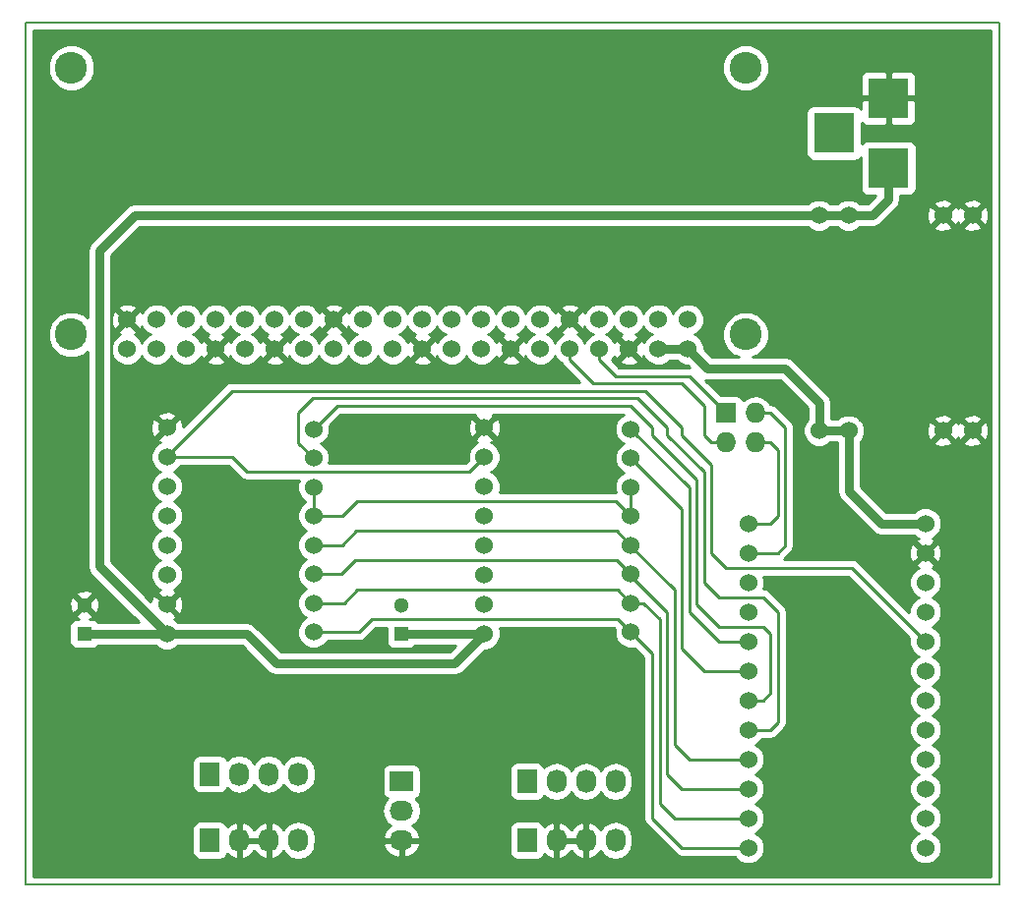
<source format=gbr>
G04 #@! TF.FileFunction,Copper,L1,Top,Signal*
%FSLAX46Y46*%
G04 Gerber Fmt 4.6, Leading zero omitted, Abs format (unit mm)*
G04 Created by KiCad (PCBNEW 4.0.2-stable) date 13/03/2016 19:14:25*
%MOMM*%
G01*
G04 APERTURE LIST*
%ADD10C,0.100000*%
%ADD11C,0.150000*%
%ADD12C,1.300000*%
%ADD13R,1.300000X1.300000*%
%ADD14R,3.500120X3.500120*%
%ADD15R,2.032000X1.727200*%
%ADD16O,2.032000X1.727200*%
%ADD17R,1.727200X2.032000*%
%ADD18O,1.727200X2.032000*%
%ADD19R,1.727200X1.727200*%
%ADD20O,1.727200X1.727200*%
%ADD21C,1.524000*%
%ADD22C,2.750000*%
%ADD23C,0.750000*%
%ADD24C,0.500000*%
%ADD25C,0.250000*%
%ADD26C,0.254000*%
G04 APERTURE END LIST*
D10*
D11*
X177165000Y-64135000D02*
X177165000Y-138430000D01*
X177165000Y-64135000D02*
X93345000Y-64135000D01*
X172720000Y-138430000D02*
X177165000Y-138430000D01*
X93345000Y-138430000D02*
X172720000Y-138430000D01*
X93345000Y-64135000D02*
X93345000Y-138430000D01*
D12*
X98425000Y-114340000D03*
D13*
X98425000Y-116840000D03*
D12*
X125730000Y-114340000D03*
D13*
X125730000Y-116840000D03*
D14*
X167640000Y-76685140D03*
X167640000Y-70685660D03*
X162941000Y-73685400D03*
D15*
X125730000Y-129540000D03*
D16*
X125730000Y-132080000D03*
X125730000Y-134620000D03*
D17*
X109220000Y-134620000D03*
D18*
X111760000Y-134620000D03*
X114300000Y-134620000D03*
X116840000Y-134620000D03*
D17*
X136525000Y-134620000D03*
D18*
X139065000Y-134620000D03*
X141605000Y-134620000D03*
X144145000Y-134620000D03*
D17*
X109220000Y-128905000D03*
D18*
X111760000Y-128905000D03*
X114300000Y-128905000D03*
X116840000Y-128905000D03*
D17*
X136525000Y-129540000D03*
D18*
X139065000Y-129540000D03*
X141605000Y-129540000D03*
X144145000Y-129540000D03*
D19*
X153670000Y-97790000D03*
D20*
X156210000Y-97790000D03*
X153670000Y-100330000D03*
X156210000Y-100330000D03*
D21*
X150389001Y-89771000D03*
X150389001Y-92311000D03*
X147849001Y-89771000D03*
X147849001Y-92311000D03*
X145309001Y-89771000D03*
X145309001Y-92311000D03*
X142769001Y-89771000D03*
X142769001Y-92311000D03*
X140229001Y-89771000D03*
X140229001Y-92311000D03*
X137689001Y-89771000D03*
X137689001Y-92311000D03*
X135149001Y-89771000D03*
X135149001Y-92311000D03*
X132609001Y-89771000D03*
X132609001Y-92311000D03*
X130069001Y-89771000D03*
X130069001Y-92311000D03*
X127529001Y-89771000D03*
X127529001Y-92311000D03*
X124989001Y-89771000D03*
X124989001Y-92311000D03*
X122449001Y-89771000D03*
X122449001Y-92311000D03*
X119909001Y-89771000D03*
X119909001Y-92311000D03*
X117369001Y-89771000D03*
X117369001Y-92311000D03*
X114829001Y-89771000D03*
X114829001Y-92311000D03*
X112289001Y-89771000D03*
X112289001Y-92311000D03*
X109749001Y-89771000D03*
X109749001Y-92311000D03*
X107209001Y-89771000D03*
X107209001Y-92311000D03*
X104669001Y-89771000D03*
X104669001Y-92311000D03*
X102129001Y-89771000D03*
X102129001Y-92311000D03*
D22*
X155342001Y-91041000D03*
X97303001Y-91041000D03*
X155342001Y-68054000D03*
X97303001Y-68054000D03*
D21*
X155575000Y-107315000D03*
X155575000Y-109855000D03*
X155575000Y-112395000D03*
X155575000Y-114935000D03*
X155575000Y-117475000D03*
X155575000Y-120015000D03*
X155575000Y-122555000D03*
X155575000Y-125095000D03*
X155575000Y-127635000D03*
X155575000Y-130175000D03*
X155575000Y-132715000D03*
X155575000Y-135255000D03*
X170815000Y-135255000D03*
X170815000Y-132715000D03*
X170815000Y-130175000D03*
X170815000Y-127635000D03*
X170815000Y-125095000D03*
X170815000Y-122555000D03*
X170815000Y-120015000D03*
X170815000Y-117475000D03*
X170815000Y-114935000D03*
X170815000Y-112395000D03*
X170815000Y-109855000D03*
X170815000Y-107315000D03*
X105537000Y-99060000D03*
X105537000Y-101600000D03*
X105537000Y-104140000D03*
X105537000Y-106680000D03*
X105537000Y-109220000D03*
X105537000Y-111760000D03*
X105537000Y-114300000D03*
X105537000Y-116840000D03*
X118157000Y-116680000D03*
X118157000Y-114180000D03*
X118157000Y-111680000D03*
X118157000Y-109180000D03*
X118157000Y-106680000D03*
X118157000Y-104180000D03*
X118157000Y-101680000D03*
X118157000Y-99180000D03*
X132842000Y-99060000D03*
X132842000Y-101600000D03*
X132842000Y-104140000D03*
X132842000Y-106680000D03*
X132842000Y-109220000D03*
X132842000Y-111760000D03*
X132842000Y-114300000D03*
X132842000Y-116840000D03*
X145462000Y-116680000D03*
X145462000Y-114180000D03*
X145462000Y-111680000D03*
X145462000Y-109180000D03*
X145462000Y-106680000D03*
X145462000Y-104180000D03*
X145462000Y-101680000D03*
X145462000Y-99180000D03*
X174879000Y-80772000D03*
X172339000Y-80772000D03*
X164211000Y-80772000D03*
X161671000Y-80772000D03*
X174879000Y-99314000D03*
X172339000Y-99314000D03*
X164211000Y-99314000D03*
X161671000Y-99314000D03*
D23*
X105537000Y-116840000D02*
X98425000Y-116840000D01*
X132842000Y-116840000D02*
X125730000Y-116840000D01*
X105537000Y-116840000D02*
X112395000Y-116840000D01*
X130302000Y-119380000D02*
X132842000Y-116840000D01*
X114935000Y-119380000D02*
X130302000Y-119380000D01*
X112395000Y-116840000D02*
X114935000Y-119380000D01*
X161671000Y-80772000D02*
X102743000Y-80772000D01*
X99695000Y-110998000D02*
X105537000Y-116840000D01*
X99695000Y-83820000D02*
X99695000Y-110998000D01*
X102743000Y-80772000D02*
X99695000Y-83820000D01*
X167640000Y-76685140D02*
X167640000Y-79375000D01*
X166243000Y-80772000D02*
X161671000Y-80772000D01*
X167640000Y-79375000D02*
X166243000Y-80772000D01*
X150389001Y-92311000D02*
X147849001Y-92311000D01*
X161671000Y-99314000D02*
X161671000Y-96901000D01*
X152058001Y-93980000D02*
X150389001Y-92311000D01*
X158750000Y-93980000D02*
X152058001Y-93980000D01*
X161671000Y-96901000D02*
X158750000Y-93980000D01*
X164211000Y-99314000D02*
X161671000Y-99314000D01*
X170815000Y-107315000D02*
X167005000Y-107315000D01*
X164211000Y-104521000D02*
X164211000Y-99314000D01*
X167005000Y-107315000D02*
X164211000Y-104521000D01*
D24*
X132842000Y-111760000D02*
X133350000Y-111760000D01*
D25*
X142769001Y-92311000D02*
X142769001Y-93239001D01*
X150495000Y-94615000D02*
X153670000Y-97790000D01*
X144145000Y-94615000D02*
X150495000Y-94615000D01*
X142769001Y-93239001D02*
X144145000Y-94615000D01*
X156210000Y-97790000D02*
X157480000Y-97790000D01*
X158115000Y-109855000D02*
X155575000Y-109855000D01*
X158750000Y-109220000D02*
X158115000Y-109855000D01*
X158750000Y-99060000D02*
X158750000Y-109220000D01*
X157480000Y-97790000D02*
X158750000Y-99060000D01*
X140229001Y-92311000D02*
X140229001Y-93239001D01*
X152400000Y-100330000D02*
X153670000Y-100330000D01*
X151765000Y-99695000D02*
X152400000Y-100330000D01*
X151765000Y-97155000D02*
X151765000Y-99695000D01*
X149860000Y-95250000D02*
X151765000Y-97155000D01*
X142240000Y-95250000D02*
X149860000Y-95250000D01*
X140229001Y-93239001D02*
X142240000Y-95250000D01*
X140229001Y-92311000D02*
X140571000Y-92311000D01*
X156210000Y-100330000D02*
X157480000Y-100330000D01*
X157480000Y-107315000D02*
X155575000Y-107315000D01*
X158115000Y-106680000D02*
X157480000Y-107315000D01*
X158115000Y-100965000D02*
X158115000Y-106680000D01*
X157480000Y-100330000D02*
X158115000Y-100965000D01*
X156210000Y-100965000D02*
X156210000Y-100330000D01*
X155575000Y-117475000D02*
X153035000Y-117475000D01*
X150495000Y-104213000D02*
X145462000Y-99180000D01*
X150495000Y-114935000D02*
X150495000Y-104213000D01*
X153035000Y-117475000D02*
X150495000Y-114935000D01*
X155575000Y-120015000D02*
X151765000Y-120015000D01*
X149860000Y-106078000D02*
X145462000Y-101680000D01*
X149860000Y-118110000D02*
X149860000Y-106078000D01*
X151765000Y-120015000D02*
X149860000Y-118110000D01*
X155575000Y-122555000D02*
X156845000Y-122555000D01*
X120182000Y-97155000D02*
X118157000Y-99180000D01*
X145415000Y-97155000D02*
X120182000Y-97155000D01*
X147320000Y-99060000D02*
X145415000Y-97155000D01*
X147320000Y-99695000D02*
X147320000Y-99060000D01*
X151130000Y-103505000D02*
X147320000Y-99695000D01*
X151130000Y-114300000D02*
X151130000Y-103505000D01*
X153035000Y-116205000D02*
X151130000Y-114300000D01*
X156845000Y-116205000D02*
X153035000Y-116205000D01*
X157480000Y-116840000D02*
X156845000Y-116205000D01*
X157480000Y-121920000D02*
X157480000Y-116840000D01*
X156845000Y-122555000D02*
X157480000Y-121920000D01*
X155575000Y-125095000D02*
X157480000Y-125095000D01*
X116840000Y-100363000D02*
X118157000Y-101680000D01*
X116840000Y-97790000D02*
X116840000Y-100363000D01*
X118110000Y-96520000D02*
X116840000Y-97790000D01*
X146050000Y-96520000D02*
X118110000Y-96520000D01*
X148590000Y-99060000D02*
X146050000Y-96520000D01*
X148590000Y-99695000D02*
X148590000Y-99060000D01*
X151765000Y-102870000D02*
X148590000Y-99695000D01*
X151765000Y-112395000D02*
X151765000Y-102870000D01*
X153035000Y-113665000D02*
X151765000Y-112395000D01*
X156845000Y-113665000D02*
X153035000Y-113665000D01*
X158115000Y-114935000D02*
X156845000Y-113665000D01*
X158115000Y-124460000D02*
X158115000Y-114935000D01*
X157480000Y-125095000D02*
X158115000Y-124460000D01*
X145462000Y-109180000D02*
X145462000Y-109267000D01*
X145462000Y-109267000D02*
X149225000Y-113030000D01*
X150495000Y-127635000D02*
X155575000Y-127635000D01*
X149225000Y-126365000D02*
X150495000Y-127635000D01*
X149225000Y-113030000D02*
X149225000Y-126365000D01*
X118157000Y-109180000D02*
X120610000Y-109180000D01*
X144232000Y-107950000D02*
X145462000Y-109180000D01*
X121840000Y-107950000D02*
X144232000Y-107950000D01*
X120610000Y-109180000D02*
X121840000Y-107950000D01*
X145462000Y-111680000D02*
X145462000Y-111807000D01*
X145462000Y-111807000D02*
X148590000Y-114935000D01*
X149860000Y-130175000D02*
X155575000Y-130175000D01*
X148590000Y-128905000D02*
X149860000Y-130175000D01*
X148590000Y-114935000D02*
X148590000Y-128905000D01*
X118157000Y-111680000D02*
X120570000Y-111680000D01*
X144272000Y-110490000D02*
X145462000Y-111680000D01*
X121760000Y-110490000D02*
X144272000Y-110490000D01*
X120570000Y-111680000D02*
X121760000Y-110490000D01*
X145462000Y-114180000D02*
X146565000Y-114180000D01*
X149225000Y-132715000D02*
X155575000Y-132715000D01*
X147955000Y-131445000D02*
X149225000Y-132715000D01*
X147955000Y-115570000D02*
X147955000Y-131445000D01*
X146565000Y-114180000D02*
X147955000Y-115570000D01*
X118157000Y-114180000D02*
X120770000Y-114180000D01*
X144312000Y-113030000D02*
X145462000Y-114180000D01*
X121920000Y-113030000D02*
X144312000Y-113030000D01*
X120770000Y-114180000D02*
X121920000Y-113030000D01*
X155575000Y-135255000D02*
X149860000Y-135255000D01*
X147320000Y-118538000D02*
X145462000Y-116680000D01*
X147320000Y-132715000D02*
X147320000Y-118538000D01*
X149860000Y-135255000D02*
X147320000Y-132715000D01*
X118157000Y-116680000D02*
X122080000Y-116680000D01*
X144352000Y-115570000D02*
X145462000Y-116680000D01*
X123190000Y-115570000D02*
X144352000Y-115570000D01*
X122080000Y-116680000D02*
X123190000Y-115570000D01*
X105537000Y-101600000D02*
X105537000Y-101473000D01*
X105537000Y-101473000D02*
X111125000Y-95885000D01*
X164465000Y-111125000D02*
X170815000Y-117475000D01*
X153670000Y-111125000D02*
X164465000Y-111125000D01*
X152400000Y-109855000D02*
X153670000Y-111125000D01*
X152400000Y-102235000D02*
X152400000Y-109855000D01*
X149860000Y-99695000D02*
X152400000Y-102235000D01*
X149860000Y-99060000D02*
X149860000Y-99695000D01*
X146685000Y-95885000D02*
X149860000Y-99060000D01*
X111125000Y-95885000D02*
X146685000Y-95885000D01*
X105537000Y-101600000D02*
X111125000Y-101600000D01*
X131572000Y-102870000D02*
X132842000Y-101600000D01*
X112395000Y-102870000D02*
X131572000Y-102870000D01*
X111125000Y-101600000D02*
X112395000Y-102870000D01*
X145462000Y-106680000D02*
X145462000Y-104180000D01*
X118157000Y-104180000D02*
X118157000Y-106680000D01*
X118157000Y-106680000D02*
X120650000Y-106680000D01*
X120650000Y-106680000D02*
X121920000Y-105410000D01*
X121920000Y-105410000D02*
X144192000Y-105410000D01*
X144192000Y-105410000D02*
X145462000Y-106680000D01*
D26*
G36*
X176455000Y-137720000D02*
X94055000Y-137720000D01*
X94055000Y-133604000D01*
X107708960Y-133604000D01*
X107708960Y-135636000D01*
X107753238Y-135871317D01*
X107892310Y-136087441D01*
X108104510Y-136232431D01*
X108356400Y-136283440D01*
X110083600Y-136283440D01*
X110318917Y-136239162D01*
X110535041Y-136100090D01*
X110680031Y-135887890D01*
X110699232Y-135793073D01*
X110857964Y-135970732D01*
X111385209Y-136224709D01*
X111400974Y-136227358D01*
X111633000Y-136106217D01*
X111633000Y-134747000D01*
X111887000Y-134747000D01*
X111887000Y-136106217D01*
X112119026Y-136227358D01*
X112134791Y-136224709D01*
X112662036Y-135970732D01*
X113030000Y-135558892D01*
X113397964Y-135970732D01*
X113925209Y-136224709D01*
X113940974Y-136227358D01*
X114173000Y-136106217D01*
X114173000Y-134747000D01*
X111887000Y-134747000D01*
X111633000Y-134747000D01*
X111613000Y-134747000D01*
X111613000Y-134493000D01*
X111633000Y-134493000D01*
X111633000Y-133133783D01*
X111887000Y-133133783D01*
X111887000Y-134493000D01*
X114173000Y-134493000D01*
X114173000Y-133133783D01*
X114427000Y-133133783D01*
X114427000Y-134493000D01*
X114447000Y-134493000D01*
X114447000Y-134747000D01*
X114427000Y-134747000D01*
X114427000Y-136106217D01*
X114659026Y-136227358D01*
X114674791Y-136224709D01*
X115202036Y-135970732D01*
X115573539Y-135554931D01*
X115780330Y-135864415D01*
X116266511Y-136189271D01*
X116840000Y-136303345D01*
X117413489Y-136189271D01*
X117899670Y-135864415D01*
X118224526Y-135378234D01*
X118303933Y-134979026D01*
X124122642Y-134979026D01*
X124125291Y-134994791D01*
X124379268Y-135522036D01*
X124815680Y-135911954D01*
X125368087Y-136105184D01*
X125603000Y-135960924D01*
X125603000Y-134747000D01*
X125857000Y-134747000D01*
X125857000Y-135960924D01*
X126091913Y-136105184D01*
X126644320Y-135911954D01*
X127080732Y-135522036D01*
X127334709Y-134994791D01*
X127337358Y-134979026D01*
X127216217Y-134747000D01*
X125857000Y-134747000D01*
X125603000Y-134747000D01*
X124243783Y-134747000D01*
X124122642Y-134979026D01*
X118303933Y-134979026D01*
X118338600Y-134804745D01*
X118338600Y-134435255D01*
X118224526Y-133861766D01*
X117899670Y-133375585D01*
X117413489Y-133050729D01*
X116840000Y-132936655D01*
X116266511Y-133050729D01*
X115780330Y-133375585D01*
X115573539Y-133685069D01*
X115202036Y-133269268D01*
X114674791Y-133015291D01*
X114659026Y-133012642D01*
X114427000Y-133133783D01*
X114173000Y-133133783D01*
X113940974Y-133012642D01*
X113925209Y-133015291D01*
X113397964Y-133269268D01*
X113030000Y-133681108D01*
X112662036Y-133269268D01*
X112134791Y-133015291D01*
X112119026Y-133012642D01*
X111887000Y-133133783D01*
X111633000Y-133133783D01*
X111400974Y-133012642D01*
X111385209Y-133015291D01*
X110857964Y-133269268D01*
X110701093Y-133444845D01*
X110686762Y-133368683D01*
X110547690Y-133152559D01*
X110335490Y-133007569D01*
X110083600Y-132956560D01*
X108356400Y-132956560D01*
X108121083Y-133000838D01*
X107904959Y-133139910D01*
X107759969Y-133352110D01*
X107708960Y-133604000D01*
X94055000Y-133604000D01*
X94055000Y-132080000D01*
X124046655Y-132080000D01*
X124160729Y-132653489D01*
X124485585Y-133139670D01*
X124795069Y-133346461D01*
X124379268Y-133717964D01*
X124125291Y-134245209D01*
X124122642Y-134260974D01*
X124243783Y-134493000D01*
X125603000Y-134493000D01*
X125603000Y-134473000D01*
X125857000Y-134473000D01*
X125857000Y-134493000D01*
X127216217Y-134493000D01*
X127337358Y-134260974D01*
X127334709Y-134245209D01*
X127080732Y-133717964D01*
X126953179Y-133604000D01*
X135013960Y-133604000D01*
X135013960Y-135636000D01*
X135058238Y-135871317D01*
X135197310Y-136087441D01*
X135409510Y-136232431D01*
X135661400Y-136283440D01*
X137388600Y-136283440D01*
X137623917Y-136239162D01*
X137840041Y-136100090D01*
X137985031Y-135887890D01*
X138004232Y-135793073D01*
X138162964Y-135970732D01*
X138690209Y-136224709D01*
X138705974Y-136227358D01*
X138938000Y-136106217D01*
X138938000Y-134747000D01*
X139192000Y-134747000D01*
X139192000Y-136106217D01*
X139424026Y-136227358D01*
X139439791Y-136224709D01*
X139967036Y-135970732D01*
X140335000Y-135558892D01*
X140702964Y-135970732D01*
X141230209Y-136224709D01*
X141245974Y-136227358D01*
X141478000Y-136106217D01*
X141478000Y-134747000D01*
X139192000Y-134747000D01*
X138938000Y-134747000D01*
X138918000Y-134747000D01*
X138918000Y-134493000D01*
X138938000Y-134493000D01*
X138938000Y-133133783D01*
X139192000Y-133133783D01*
X139192000Y-134493000D01*
X141478000Y-134493000D01*
X141478000Y-133133783D01*
X141732000Y-133133783D01*
X141732000Y-134493000D01*
X141752000Y-134493000D01*
X141752000Y-134747000D01*
X141732000Y-134747000D01*
X141732000Y-136106217D01*
X141964026Y-136227358D01*
X141979791Y-136224709D01*
X142507036Y-135970732D01*
X142878539Y-135554931D01*
X143085330Y-135864415D01*
X143571511Y-136189271D01*
X144145000Y-136303345D01*
X144718489Y-136189271D01*
X145204670Y-135864415D01*
X145529526Y-135378234D01*
X145643600Y-134804745D01*
X145643600Y-134435255D01*
X145529526Y-133861766D01*
X145204670Y-133375585D01*
X144718489Y-133050729D01*
X144145000Y-132936655D01*
X143571511Y-133050729D01*
X143085330Y-133375585D01*
X142878539Y-133685069D01*
X142507036Y-133269268D01*
X141979791Y-133015291D01*
X141964026Y-133012642D01*
X141732000Y-133133783D01*
X141478000Y-133133783D01*
X141245974Y-133012642D01*
X141230209Y-133015291D01*
X140702964Y-133269268D01*
X140335000Y-133681108D01*
X139967036Y-133269268D01*
X139439791Y-133015291D01*
X139424026Y-133012642D01*
X139192000Y-133133783D01*
X138938000Y-133133783D01*
X138705974Y-133012642D01*
X138690209Y-133015291D01*
X138162964Y-133269268D01*
X138006093Y-133444845D01*
X137991762Y-133368683D01*
X137852690Y-133152559D01*
X137640490Y-133007569D01*
X137388600Y-132956560D01*
X135661400Y-132956560D01*
X135426083Y-133000838D01*
X135209959Y-133139910D01*
X135064969Y-133352110D01*
X135013960Y-133604000D01*
X126953179Y-133604000D01*
X126664931Y-133346461D01*
X126974415Y-133139670D01*
X127299271Y-132653489D01*
X127413345Y-132080000D01*
X127299271Y-131506511D01*
X126974415Y-131020330D01*
X126960087Y-131010757D01*
X126981317Y-131006762D01*
X127197441Y-130867690D01*
X127342431Y-130655490D01*
X127393440Y-130403600D01*
X127393440Y-128676400D01*
X127364764Y-128524000D01*
X135013960Y-128524000D01*
X135013960Y-130556000D01*
X135058238Y-130791317D01*
X135197310Y-131007441D01*
X135409510Y-131152431D01*
X135661400Y-131203440D01*
X137388600Y-131203440D01*
X137623917Y-131159162D01*
X137840041Y-131020090D01*
X137985031Y-130807890D01*
X137993400Y-130766561D01*
X138005330Y-130784415D01*
X138491511Y-131109271D01*
X139065000Y-131223345D01*
X139638489Y-131109271D01*
X140124670Y-130784415D01*
X140335000Y-130469634D01*
X140545330Y-130784415D01*
X141031511Y-131109271D01*
X141605000Y-131223345D01*
X142178489Y-131109271D01*
X142664670Y-130784415D01*
X142875000Y-130469634D01*
X143085330Y-130784415D01*
X143571511Y-131109271D01*
X144145000Y-131223345D01*
X144718489Y-131109271D01*
X145204670Y-130784415D01*
X145529526Y-130298234D01*
X145643600Y-129724745D01*
X145643600Y-129355255D01*
X145529526Y-128781766D01*
X145204670Y-128295585D01*
X144718489Y-127970729D01*
X144145000Y-127856655D01*
X143571511Y-127970729D01*
X143085330Y-128295585D01*
X142875000Y-128610366D01*
X142664670Y-128295585D01*
X142178489Y-127970729D01*
X141605000Y-127856655D01*
X141031511Y-127970729D01*
X140545330Y-128295585D01*
X140335000Y-128610366D01*
X140124670Y-128295585D01*
X139638489Y-127970729D01*
X139065000Y-127856655D01*
X138491511Y-127970729D01*
X138005330Y-128295585D01*
X137995757Y-128309913D01*
X137991762Y-128288683D01*
X137852690Y-128072559D01*
X137640490Y-127927569D01*
X137388600Y-127876560D01*
X135661400Y-127876560D01*
X135426083Y-127920838D01*
X135209959Y-128059910D01*
X135064969Y-128272110D01*
X135013960Y-128524000D01*
X127364764Y-128524000D01*
X127349162Y-128441083D01*
X127210090Y-128224959D01*
X126997890Y-128079969D01*
X126746000Y-128028960D01*
X124714000Y-128028960D01*
X124478683Y-128073238D01*
X124262559Y-128212310D01*
X124117569Y-128424510D01*
X124066560Y-128676400D01*
X124066560Y-130403600D01*
X124110838Y-130638917D01*
X124249910Y-130855041D01*
X124462110Y-131000031D01*
X124503439Y-131008400D01*
X124485585Y-131020330D01*
X124160729Y-131506511D01*
X124046655Y-132080000D01*
X94055000Y-132080000D01*
X94055000Y-127889000D01*
X107708960Y-127889000D01*
X107708960Y-129921000D01*
X107753238Y-130156317D01*
X107892310Y-130372441D01*
X108104510Y-130517431D01*
X108356400Y-130568440D01*
X110083600Y-130568440D01*
X110318917Y-130524162D01*
X110535041Y-130385090D01*
X110680031Y-130172890D01*
X110688400Y-130131561D01*
X110700330Y-130149415D01*
X111186511Y-130474271D01*
X111760000Y-130588345D01*
X112333489Y-130474271D01*
X112819670Y-130149415D01*
X113030000Y-129834634D01*
X113240330Y-130149415D01*
X113726511Y-130474271D01*
X114300000Y-130588345D01*
X114873489Y-130474271D01*
X115359670Y-130149415D01*
X115570000Y-129834634D01*
X115780330Y-130149415D01*
X116266511Y-130474271D01*
X116840000Y-130588345D01*
X117413489Y-130474271D01*
X117899670Y-130149415D01*
X118224526Y-129663234D01*
X118338600Y-129089745D01*
X118338600Y-128720255D01*
X118224526Y-128146766D01*
X117899670Y-127660585D01*
X117413489Y-127335729D01*
X116840000Y-127221655D01*
X116266511Y-127335729D01*
X115780330Y-127660585D01*
X115570000Y-127975366D01*
X115359670Y-127660585D01*
X114873489Y-127335729D01*
X114300000Y-127221655D01*
X113726511Y-127335729D01*
X113240330Y-127660585D01*
X113030000Y-127975366D01*
X112819670Y-127660585D01*
X112333489Y-127335729D01*
X111760000Y-127221655D01*
X111186511Y-127335729D01*
X110700330Y-127660585D01*
X110690757Y-127674913D01*
X110686762Y-127653683D01*
X110547690Y-127437559D01*
X110335490Y-127292569D01*
X110083600Y-127241560D01*
X108356400Y-127241560D01*
X108121083Y-127285838D01*
X107904959Y-127424910D01*
X107759969Y-127637110D01*
X107708960Y-127889000D01*
X94055000Y-127889000D01*
X94055000Y-114159078D01*
X97127378Y-114159078D01*
X97156917Y-114669428D01*
X97295389Y-115003729D01*
X97525984Y-115059410D01*
X98245395Y-114340000D01*
X98604605Y-114340000D01*
X99324016Y-115059410D01*
X99554611Y-115003729D01*
X99722622Y-114520922D01*
X99693083Y-114010572D01*
X99554611Y-113676271D01*
X99324016Y-113620590D01*
X98604605Y-114340000D01*
X98245395Y-114340000D01*
X97525984Y-113620590D01*
X97295389Y-113676271D01*
X97127378Y-114159078D01*
X94055000Y-114159078D01*
X94055000Y-113440984D01*
X97705590Y-113440984D01*
X98425000Y-114160395D01*
X99144410Y-113440984D01*
X99088729Y-113210389D01*
X98605922Y-113042378D01*
X98095572Y-113071917D01*
X97761271Y-113210389D01*
X97705590Y-113440984D01*
X94055000Y-113440984D01*
X94055000Y-91439060D01*
X95292653Y-91439060D01*
X95598013Y-92178086D01*
X96162941Y-92744001D01*
X96901433Y-93050650D01*
X97701061Y-93051348D01*
X98440087Y-92745988D01*
X98685000Y-92501502D01*
X98685000Y-110998000D01*
X98761882Y-111384510D01*
X98980822Y-111712178D01*
X103098644Y-115830000D01*
X99597931Y-115830000D01*
X99539090Y-115738559D01*
X99326890Y-115593569D01*
X99075000Y-115542560D01*
X98912615Y-115542560D01*
X99088729Y-115469611D01*
X99144410Y-115239016D01*
X98425000Y-114519605D01*
X97705590Y-115239016D01*
X97761271Y-115469611D01*
X97970902Y-115542560D01*
X97775000Y-115542560D01*
X97539683Y-115586838D01*
X97323559Y-115725910D01*
X97178569Y-115938110D01*
X97127560Y-116190000D01*
X97127560Y-117490000D01*
X97171838Y-117725317D01*
X97310910Y-117941441D01*
X97523110Y-118086431D01*
X97775000Y-118137440D01*
X99075000Y-118137440D01*
X99310317Y-118093162D01*
X99526441Y-117954090D01*
X99597563Y-117850000D01*
X104571304Y-117850000D01*
X104744630Y-118023629D01*
X105257900Y-118236757D01*
X105813661Y-118237242D01*
X106327303Y-118025010D01*
X106502619Y-117850000D01*
X111976644Y-117850000D01*
X114220822Y-120094178D01*
X114548489Y-120313118D01*
X114935000Y-120390000D01*
X130302000Y-120390000D01*
X130688510Y-120313118D01*
X131016178Y-120094178D01*
X132873328Y-118237028D01*
X133118661Y-118237242D01*
X133632303Y-118025010D01*
X134025629Y-117632370D01*
X134238757Y-117119100D01*
X134239242Y-116563339D01*
X134142829Y-116330000D01*
X144037198Y-116330000D01*
X144077817Y-116370619D01*
X144065243Y-116400900D01*
X144064758Y-116956661D01*
X144276990Y-117470303D01*
X144669630Y-117863629D01*
X145182900Y-118076757D01*
X145738661Y-118077242D01*
X145771055Y-118063857D01*
X146560000Y-118852802D01*
X146560000Y-132715000D01*
X146617852Y-133005839D01*
X146782599Y-133252401D01*
X149322599Y-135792401D01*
X149569160Y-135957148D01*
X149617414Y-135966746D01*
X149860000Y-136015000D01*
X154377469Y-136015000D01*
X154389990Y-136045303D01*
X154782630Y-136438629D01*
X155295900Y-136651757D01*
X155851661Y-136652242D01*
X156365303Y-136440010D01*
X156758629Y-136047370D01*
X156971757Y-135534100D01*
X156972242Y-134978339D01*
X156760010Y-134464697D01*
X156367370Y-134071371D01*
X156159488Y-133985051D01*
X156365303Y-133900010D01*
X156758629Y-133507370D01*
X156971757Y-132994100D01*
X156972242Y-132438339D01*
X156760010Y-131924697D01*
X156367370Y-131531371D01*
X156159488Y-131445051D01*
X156365303Y-131360010D01*
X156758629Y-130967370D01*
X156971757Y-130454100D01*
X156972242Y-129898339D01*
X156760010Y-129384697D01*
X156367370Y-128991371D01*
X156159488Y-128905051D01*
X156365303Y-128820010D01*
X156758629Y-128427370D01*
X156971757Y-127914100D01*
X156972242Y-127358339D01*
X156760010Y-126844697D01*
X156367370Y-126451371D01*
X156159488Y-126365051D01*
X156365303Y-126280010D01*
X156758629Y-125887370D01*
X156772070Y-125855000D01*
X157480000Y-125855000D01*
X157770839Y-125797148D01*
X158017401Y-125632401D01*
X158652401Y-124997401D01*
X158817148Y-124750839D01*
X158875000Y-124460000D01*
X158875000Y-114935000D01*
X158833686Y-114727302D01*
X158817148Y-114644160D01*
X158652401Y-114397599D01*
X157382401Y-113127599D01*
X157135839Y-112962852D01*
X156873523Y-112910674D01*
X156971757Y-112674100D01*
X156972242Y-112118339D01*
X156875829Y-111885000D01*
X164150198Y-111885000D01*
X169430817Y-117165619D01*
X169418243Y-117195900D01*
X169417758Y-117751661D01*
X169629990Y-118265303D01*
X170022630Y-118658629D01*
X170230512Y-118744949D01*
X170024697Y-118829990D01*
X169631371Y-119222630D01*
X169418243Y-119735900D01*
X169417758Y-120291661D01*
X169629990Y-120805303D01*
X170022630Y-121198629D01*
X170230512Y-121284949D01*
X170024697Y-121369990D01*
X169631371Y-121762630D01*
X169418243Y-122275900D01*
X169417758Y-122831661D01*
X169629990Y-123345303D01*
X170022630Y-123738629D01*
X170230512Y-123824949D01*
X170024697Y-123909990D01*
X169631371Y-124302630D01*
X169418243Y-124815900D01*
X169417758Y-125371661D01*
X169629990Y-125885303D01*
X170022630Y-126278629D01*
X170230512Y-126364949D01*
X170024697Y-126449990D01*
X169631371Y-126842630D01*
X169418243Y-127355900D01*
X169417758Y-127911661D01*
X169629990Y-128425303D01*
X170022630Y-128818629D01*
X170230512Y-128904949D01*
X170024697Y-128989990D01*
X169631371Y-129382630D01*
X169418243Y-129895900D01*
X169417758Y-130451661D01*
X169629990Y-130965303D01*
X170022630Y-131358629D01*
X170230512Y-131444949D01*
X170024697Y-131529990D01*
X169631371Y-131922630D01*
X169418243Y-132435900D01*
X169417758Y-132991661D01*
X169629990Y-133505303D01*
X170022630Y-133898629D01*
X170230512Y-133984949D01*
X170024697Y-134069990D01*
X169631371Y-134462630D01*
X169418243Y-134975900D01*
X169417758Y-135531661D01*
X169629990Y-136045303D01*
X170022630Y-136438629D01*
X170535900Y-136651757D01*
X171091661Y-136652242D01*
X171605303Y-136440010D01*
X171998629Y-136047370D01*
X172211757Y-135534100D01*
X172212242Y-134978339D01*
X172000010Y-134464697D01*
X171607370Y-134071371D01*
X171399488Y-133985051D01*
X171605303Y-133900010D01*
X171998629Y-133507370D01*
X172211757Y-132994100D01*
X172212242Y-132438339D01*
X172000010Y-131924697D01*
X171607370Y-131531371D01*
X171399488Y-131445051D01*
X171605303Y-131360010D01*
X171998629Y-130967370D01*
X172211757Y-130454100D01*
X172212242Y-129898339D01*
X172000010Y-129384697D01*
X171607370Y-128991371D01*
X171399488Y-128905051D01*
X171605303Y-128820010D01*
X171998629Y-128427370D01*
X172211757Y-127914100D01*
X172212242Y-127358339D01*
X172000010Y-126844697D01*
X171607370Y-126451371D01*
X171399488Y-126365051D01*
X171605303Y-126280010D01*
X171998629Y-125887370D01*
X172211757Y-125374100D01*
X172212242Y-124818339D01*
X172000010Y-124304697D01*
X171607370Y-123911371D01*
X171399488Y-123825051D01*
X171605303Y-123740010D01*
X171998629Y-123347370D01*
X172211757Y-122834100D01*
X172212242Y-122278339D01*
X172000010Y-121764697D01*
X171607370Y-121371371D01*
X171399488Y-121285051D01*
X171605303Y-121200010D01*
X171998629Y-120807370D01*
X172211757Y-120294100D01*
X172212242Y-119738339D01*
X172000010Y-119224697D01*
X171607370Y-118831371D01*
X171399488Y-118745051D01*
X171605303Y-118660010D01*
X171998629Y-118267370D01*
X172211757Y-117754100D01*
X172212242Y-117198339D01*
X172000010Y-116684697D01*
X171607370Y-116291371D01*
X171399488Y-116205051D01*
X171605303Y-116120010D01*
X171998629Y-115727370D01*
X172211757Y-115214100D01*
X172212242Y-114658339D01*
X172000010Y-114144697D01*
X171607370Y-113751371D01*
X171399488Y-113665051D01*
X171605303Y-113580010D01*
X171998629Y-113187370D01*
X172211757Y-112674100D01*
X172212242Y-112118339D01*
X172000010Y-111604697D01*
X171607370Y-111211371D01*
X171415273Y-111131605D01*
X171546143Y-111077397D01*
X171615608Y-110835213D01*
X170815000Y-110034605D01*
X170014392Y-110835213D01*
X170083857Y-111077397D01*
X170224318Y-111127509D01*
X170024697Y-111209990D01*
X169631371Y-111602630D01*
X169418243Y-112115900D01*
X169417758Y-112671661D01*
X169629990Y-113185303D01*
X170022630Y-113578629D01*
X170230512Y-113664949D01*
X170024697Y-113749990D01*
X169631371Y-114142630D01*
X169418243Y-114655900D01*
X169417940Y-115003138D01*
X165002401Y-110587599D01*
X164755839Y-110422852D01*
X164465000Y-110365000D01*
X158679802Y-110365000D01*
X159287401Y-109757401D01*
X159360966Y-109647302D01*
X169405856Y-109647302D01*
X169433638Y-110202368D01*
X169592603Y-110586143D01*
X169834787Y-110655608D01*
X170635395Y-109855000D01*
X170994605Y-109855000D01*
X171795213Y-110655608D01*
X172037397Y-110586143D01*
X172224144Y-110062698D01*
X172196362Y-109507632D01*
X172037397Y-109123857D01*
X171795213Y-109054392D01*
X170994605Y-109855000D01*
X170635395Y-109855000D01*
X169834787Y-109054392D01*
X169592603Y-109123857D01*
X169405856Y-109647302D01*
X159360966Y-109647302D01*
X159452148Y-109510839D01*
X159510000Y-109220000D01*
X159510000Y-99060000D01*
X159468686Y-98852302D01*
X159452148Y-98769160D01*
X159287401Y-98522599D01*
X158017401Y-97252599D01*
X157770839Y-97087852D01*
X157502215Y-97034419D01*
X157299029Y-96730330D01*
X156812848Y-96405474D01*
X156239359Y-96291400D01*
X156180641Y-96291400D01*
X155607152Y-96405474D01*
X155141558Y-96716574D01*
X155136762Y-96691083D01*
X154997690Y-96474959D01*
X154785490Y-96329969D01*
X154533600Y-96278960D01*
X153233762Y-96278960D01*
X151916694Y-94961892D01*
X152058001Y-94990000D01*
X158331644Y-94990000D01*
X160661000Y-97319356D01*
X160661000Y-98348304D01*
X160487371Y-98521630D01*
X160274243Y-99034900D01*
X160273758Y-99590661D01*
X160485990Y-100104303D01*
X160878630Y-100497629D01*
X161391900Y-100710757D01*
X161947661Y-100711242D01*
X162461303Y-100499010D01*
X162636619Y-100324000D01*
X163201000Y-100324000D01*
X163201000Y-104521000D01*
X163277882Y-104907510D01*
X163496822Y-105235178D01*
X166290822Y-108029178D01*
X166618490Y-108248118D01*
X167005000Y-108325000D01*
X169849304Y-108325000D01*
X170022630Y-108498629D01*
X170214727Y-108578395D01*
X170083857Y-108632603D01*
X170014392Y-108874787D01*
X170815000Y-109675395D01*
X171615608Y-108874787D01*
X171546143Y-108632603D01*
X171405682Y-108582491D01*
X171605303Y-108500010D01*
X171998629Y-108107370D01*
X172211757Y-107594100D01*
X172212242Y-107038339D01*
X172000010Y-106524697D01*
X171607370Y-106131371D01*
X171094100Y-105918243D01*
X170538339Y-105917758D01*
X170024697Y-106129990D01*
X169849381Y-106305000D01*
X167423356Y-106305000D01*
X165221000Y-104102644D01*
X165221000Y-100294213D01*
X171538392Y-100294213D01*
X171607857Y-100536397D01*
X172131302Y-100723144D01*
X172686368Y-100695362D01*
X173070143Y-100536397D01*
X173139608Y-100294213D01*
X174078392Y-100294213D01*
X174147857Y-100536397D01*
X174671302Y-100723144D01*
X175226368Y-100695362D01*
X175610143Y-100536397D01*
X175679608Y-100294213D01*
X174879000Y-99493605D01*
X174078392Y-100294213D01*
X173139608Y-100294213D01*
X172339000Y-99493605D01*
X171538392Y-100294213D01*
X165221000Y-100294213D01*
X165221000Y-100279696D01*
X165394629Y-100106370D01*
X165607757Y-99593100D01*
X165608181Y-99106302D01*
X170929856Y-99106302D01*
X170957638Y-99661368D01*
X171116603Y-100045143D01*
X171358787Y-100114608D01*
X172159395Y-99314000D01*
X172518605Y-99314000D01*
X173319213Y-100114608D01*
X173561397Y-100045143D01*
X173605453Y-99921656D01*
X173656603Y-100045143D01*
X173898787Y-100114608D01*
X174699395Y-99314000D01*
X175058605Y-99314000D01*
X175859213Y-100114608D01*
X176101397Y-100045143D01*
X176288144Y-99521698D01*
X176260362Y-98966632D01*
X176101397Y-98582857D01*
X175859213Y-98513392D01*
X175058605Y-99314000D01*
X174699395Y-99314000D01*
X173898787Y-98513392D01*
X173656603Y-98582857D01*
X173612547Y-98706344D01*
X173561397Y-98582857D01*
X173319213Y-98513392D01*
X172518605Y-99314000D01*
X172159395Y-99314000D01*
X171358787Y-98513392D01*
X171116603Y-98582857D01*
X170929856Y-99106302D01*
X165608181Y-99106302D01*
X165608242Y-99037339D01*
X165396010Y-98523697D01*
X165206432Y-98333787D01*
X171538392Y-98333787D01*
X172339000Y-99134395D01*
X173139608Y-98333787D01*
X174078392Y-98333787D01*
X174879000Y-99134395D01*
X175679608Y-98333787D01*
X175610143Y-98091603D01*
X175086698Y-97904856D01*
X174531632Y-97932638D01*
X174147857Y-98091603D01*
X174078392Y-98333787D01*
X173139608Y-98333787D01*
X173070143Y-98091603D01*
X172546698Y-97904856D01*
X171991632Y-97932638D01*
X171607857Y-98091603D01*
X171538392Y-98333787D01*
X165206432Y-98333787D01*
X165003370Y-98130371D01*
X164490100Y-97917243D01*
X163934339Y-97916758D01*
X163420697Y-98128990D01*
X163245381Y-98304000D01*
X162681000Y-98304000D01*
X162681000Y-96901000D01*
X162604118Y-96514490D01*
X162385178Y-96186822D01*
X159464178Y-93265822D01*
X159136510Y-93046882D01*
X158750000Y-92970000D01*
X155936938Y-92970000D01*
X156479087Y-92745988D01*
X157045002Y-92181060D01*
X157351651Y-91442568D01*
X157352349Y-90642940D01*
X157046989Y-89903914D01*
X156482061Y-89337999D01*
X155743569Y-89031350D01*
X154943941Y-89030652D01*
X154204915Y-89336012D01*
X153639000Y-89900940D01*
X153332351Y-90639432D01*
X153331653Y-91439060D01*
X153637013Y-92178086D01*
X154201941Y-92744001D01*
X154746206Y-92970000D01*
X152476357Y-92970000D01*
X151786029Y-92279672D01*
X151786243Y-92034339D01*
X151574011Y-91520697D01*
X151181371Y-91127371D01*
X150973489Y-91041051D01*
X151179304Y-90956010D01*
X151572630Y-90563370D01*
X151785758Y-90050100D01*
X151786243Y-89494339D01*
X151574011Y-88980697D01*
X151181371Y-88587371D01*
X150668101Y-88374243D01*
X150112340Y-88373758D01*
X149598698Y-88585990D01*
X149205372Y-88978630D01*
X149119052Y-89186512D01*
X149034011Y-88980697D01*
X148641371Y-88587371D01*
X148128101Y-88374243D01*
X147572340Y-88373758D01*
X147058698Y-88585990D01*
X146665372Y-88978630D01*
X146579052Y-89186512D01*
X146494011Y-88980697D01*
X146101371Y-88587371D01*
X145588101Y-88374243D01*
X145032340Y-88373758D01*
X144518698Y-88585990D01*
X144125372Y-88978630D01*
X144039052Y-89186512D01*
X143954011Y-88980697D01*
X143561371Y-88587371D01*
X143048101Y-88374243D01*
X142492340Y-88373758D01*
X141978698Y-88585990D01*
X141585372Y-88978630D01*
X141505606Y-89170727D01*
X141451398Y-89039857D01*
X141209214Y-88970392D01*
X140408606Y-89771000D01*
X141209214Y-90571608D01*
X141451398Y-90502143D01*
X141501510Y-90361682D01*
X141583991Y-90561303D01*
X141976631Y-90954629D01*
X142184513Y-91040949D01*
X141978698Y-91125990D01*
X141585372Y-91518630D01*
X141499052Y-91726512D01*
X141414011Y-91520697D01*
X141021371Y-91127371D01*
X140829274Y-91047605D01*
X140960144Y-90993397D01*
X141029609Y-90751213D01*
X140229001Y-89950605D01*
X139428393Y-90751213D01*
X139497858Y-90993397D01*
X139638319Y-91043509D01*
X139438698Y-91125990D01*
X139045372Y-91518630D01*
X138959052Y-91726512D01*
X138874011Y-91520697D01*
X138481371Y-91127371D01*
X138273489Y-91041051D01*
X138479304Y-90956010D01*
X138872630Y-90563370D01*
X138952396Y-90371273D01*
X139006604Y-90502143D01*
X139248788Y-90571608D01*
X140049396Y-89771000D01*
X139248788Y-88970392D01*
X139006604Y-89039857D01*
X138956492Y-89180318D01*
X138874011Y-88980697D01*
X138684433Y-88790787D01*
X139428393Y-88790787D01*
X140229001Y-89591395D01*
X141029609Y-88790787D01*
X140960144Y-88548603D01*
X140436699Y-88361856D01*
X139881633Y-88389638D01*
X139497858Y-88548603D01*
X139428393Y-88790787D01*
X138684433Y-88790787D01*
X138481371Y-88587371D01*
X137968101Y-88374243D01*
X137412340Y-88373758D01*
X136898698Y-88585990D01*
X136505372Y-88978630D01*
X136419052Y-89186512D01*
X136334011Y-88980697D01*
X135941371Y-88587371D01*
X135428101Y-88374243D01*
X134872340Y-88373758D01*
X134358698Y-88585990D01*
X133965372Y-88978630D01*
X133879052Y-89186512D01*
X133794011Y-88980697D01*
X133401371Y-88587371D01*
X132888101Y-88374243D01*
X132332340Y-88373758D01*
X131818698Y-88585990D01*
X131425372Y-88978630D01*
X131339052Y-89186512D01*
X131254011Y-88980697D01*
X130861371Y-88587371D01*
X130348101Y-88374243D01*
X129792340Y-88373758D01*
X129278698Y-88585990D01*
X128885372Y-88978630D01*
X128799052Y-89186512D01*
X128714011Y-88980697D01*
X128321371Y-88587371D01*
X127808101Y-88374243D01*
X127252340Y-88373758D01*
X126738698Y-88585990D01*
X126345372Y-88978630D01*
X126259052Y-89186512D01*
X126174011Y-88980697D01*
X125781371Y-88587371D01*
X125268101Y-88374243D01*
X124712340Y-88373758D01*
X124198698Y-88585990D01*
X123805372Y-88978630D01*
X123719052Y-89186512D01*
X123634011Y-88980697D01*
X123241371Y-88587371D01*
X122728101Y-88374243D01*
X122172340Y-88373758D01*
X121658698Y-88585990D01*
X121265372Y-88978630D01*
X121185606Y-89170727D01*
X121131398Y-89039857D01*
X120889214Y-88970392D01*
X120088606Y-89771000D01*
X120889214Y-90571608D01*
X121131398Y-90502143D01*
X121181510Y-90361682D01*
X121263991Y-90561303D01*
X121656631Y-90954629D01*
X121864513Y-91040949D01*
X121658698Y-91125990D01*
X121265372Y-91518630D01*
X121179052Y-91726512D01*
X121094011Y-91520697D01*
X120701371Y-91127371D01*
X120509274Y-91047605D01*
X120640144Y-90993397D01*
X120709609Y-90751213D01*
X119909001Y-89950605D01*
X119108393Y-90751213D01*
X119177858Y-90993397D01*
X119318319Y-91043509D01*
X119118698Y-91125990D01*
X118725372Y-91518630D01*
X118639052Y-91726512D01*
X118554011Y-91520697D01*
X118161371Y-91127371D01*
X117953489Y-91041051D01*
X118159304Y-90956010D01*
X118552630Y-90563370D01*
X118632396Y-90371273D01*
X118686604Y-90502143D01*
X118928788Y-90571608D01*
X119729396Y-89771000D01*
X118928788Y-88970392D01*
X118686604Y-89039857D01*
X118636492Y-89180318D01*
X118554011Y-88980697D01*
X118364433Y-88790787D01*
X119108393Y-88790787D01*
X119909001Y-89591395D01*
X120709609Y-88790787D01*
X120640144Y-88548603D01*
X120116699Y-88361856D01*
X119561633Y-88389638D01*
X119177858Y-88548603D01*
X119108393Y-88790787D01*
X118364433Y-88790787D01*
X118161371Y-88587371D01*
X117648101Y-88374243D01*
X117092340Y-88373758D01*
X116578698Y-88585990D01*
X116185372Y-88978630D01*
X116099052Y-89186512D01*
X116014011Y-88980697D01*
X115621371Y-88587371D01*
X115108101Y-88374243D01*
X114552340Y-88373758D01*
X114038698Y-88585990D01*
X113645372Y-88978630D01*
X113559052Y-89186512D01*
X113474011Y-88980697D01*
X113081371Y-88587371D01*
X112568101Y-88374243D01*
X112012340Y-88373758D01*
X111498698Y-88585990D01*
X111105372Y-88978630D01*
X111019052Y-89186512D01*
X110934011Y-88980697D01*
X110541371Y-88587371D01*
X110028101Y-88374243D01*
X109472340Y-88373758D01*
X108958698Y-88585990D01*
X108565372Y-88978630D01*
X108479052Y-89186512D01*
X108394011Y-88980697D01*
X108001371Y-88587371D01*
X107488101Y-88374243D01*
X106932340Y-88373758D01*
X106418698Y-88585990D01*
X106025372Y-88978630D01*
X105939052Y-89186512D01*
X105854011Y-88980697D01*
X105461371Y-88587371D01*
X104948101Y-88374243D01*
X104392340Y-88373758D01*
X103878698Y-88585990D01*
X103485372Y-88978630D01*
X103405606Y-89170727D01*
X103351398Y-89039857D01*
X103109214Y-88970392D01*
X102308606Y-89771000D01*
X103109214Y-90571608D01*
X103351398Y-90502143D01*
X103401510Y-90361682D01*
X103483991Y-90561303D01*
X103876631Y-90954629D01*
X104084513Y-91040949D01*
X103878698Y-91125990D01*
X103485372Y-91518630D01*
X103399052Y-91726512D01*
X103314011Y-91520697D01*
X102921371Y-91127371D01*
X102729274Y-91047605D01*
X102860144Y-90993397D01*
X102929609Y-90751213D01*
X102129001Y-89950605D01*
X101328393Y-90751213D01*
X101397858Y-90993397D01*
X101538319Y-91043509D01*
X101338698Y-91125990D01*
X100945372Y-91518630D01*
X100732244Y-92031900D01*
X100731759Y-92587661D01*
X100943991Y-93101303D01*
X101336631Y-93494629D01*
X101849901Y-93707757D01*
X102405662Y-93708242D01*
X102919304Y-93496010D01*
X103312630Y-93103370D01*
X103398950Y-92895488D01*
X103483991Y-93101303D01*
X103876631Y-93494629D01*
X104389901Y-93707757D01*
X104945662Y-93708242D01*
X105459304Y-93496010D01*
X105852630Y-93103370D01*
X105938950Y-92895488D01*
X106023991Y-93101303D01*
X106416631Y-93494629D01*
X106929901Y-93707757D01*
X107485662Y-93708242D01*
X107999304Y-93496010D01*
X108204458Y-93291213D01*
X108948393Y-93291213D01*
X109017858Y-93533397D01*
X109541303Y-93720144D01*
X110096369Y-93692362D01*
X110480144Y-93533397D01*
X110549609Y-93291213D01*
X109749001Y-92490605D01*
X108948393Y-93291213D01*
X108204458Y-93291213D01*
X108392630Y-93103370D01*
X108472396Y-92911273D01*
X108526604Y-93042143D01*
X108768788Y-93111608D01*
X109569396Y-92311000D01*
X108768788Y-91510392D01*
X108526604Y-91579857D01*
X108476492Y-91720318D01*
X108394011Y-91520697D01*
X108001371Y-91127371D01*
X107793489Y-91041051D01*
X107999304Y-90956010D01*
X108392630Y-90563370D01*
X108478950Y-90355488D01*
X108563991Y-90561303D01*
X108956631Y-90954629D01*
X109148728Y-91034395D01*
X109017858Y-91088603D01*
X108948393Y-91330787D01*
X109749001Y-92131395D01*
X110549609Y-91330787D01*
X110480144Y-91088603D01*
X110339683Y-91038491D01*
X110539304Y-90956010D01*
X110932630Y-90563370D01*
X111018950Y-90355488D01*
X111103991Y-90561303D01*
X111496631Y-90954629D01*
X111704513Y-91040949D01*
X111498698Y-91125990D01*
X111105372Y-91518630D01*
X111025606Y-91710727D01*
X110971398Y-91579857D01*
X110729214Y-91510392D01*
X109928606Y-92311000D01*
X110729214Y-93111608D01*
X110971398Y-93042143D01*
X111021510Y-92901682D01*
X111103991Y-93101303D01*
X111496631Y-93494629D01*
X112009901Y-93707757D01*
X112565662Y-93708242D01*
X113079304Y-93496010D01*
X113284458Y-93291213D01*
X114028393Y-93291213D01*
X114097858Y-93533397D01*
X114621303Y-93720144D01*
X115176369Y-93692362D01*
X115560144Y-93533397D01*
X115629609Y-93291213D01*
X114829001Y-92490605D01*
X114028393Y-93291213D01*
X113284458Y-93291213D01*
X113472630Y-93103370D01*
X113552396Y-92911273D01*
X113606604Y-93042143D01*
X113848788Y-93111608D01*
X114649396Y-92311000D01*
X113848788Y-91510392D01*
X113606604Y-91579857D01*
X113556492Y-91720318D01*
X113474011Y-91520697D01*
X113081371Y-91127371D01*
X112873489Y-91041051D01*
X113079304Y-90956010D01*
X113472630Y-90563370D01*
X113558950Y-90355488D01*
X113643991Y-90561303D01*
X114036631Y-90954629D01*
X114228728Y-91034395D01*
X114097858Y-91088603D01*
X114028393Y-91330787D01*
X114829001Y-92131395D01*
X115629609Y-91330787D01*
X115560144Y-91088603D01*
X115419683Y-91038491D01*
X115619304Y-90956010D01*
X116012630Y-90563370D01*
X116098950Y-90355488D01*
X116183991Y-90561303D01*
X116576631Y-90954629D01*
X116784513Y-91040949D01*
X116578698Y-91125990D01*
X116185372Y-91518630D01*
X116105606Y-91710727D01*
X116051398Y-91579857D01*
X115809214Y-91510392D01*
X115008606Y-92311000D01*
X115809214Y-93111608D01*
X116051398Y-93042143D01*
X116101510Y-92901682D01*
X116183991Y-93101303D01*
X116576631Y-93494629D01*
X117089901Y-93707757D01*
X117645662Y-93708242D01*
X118159304Y-93496010D01*
X118552630Y-93103370D01*
X118638950Y-92895488D01*
X118723991Y-93101303D01*
X119116631Y-93494629D01*
X119629901Y-93707757D01*
X120185662Y-93708242D01*
X120699304Y-93496010D01*
X121092630Y-93103370D01*
X121178950Y-92895488D01*
X121263991Y-93101303D01*
X121656631Y-93494629D01*
X122169901Y-93707757D01*
X122725662Y-93708242D01*
X123239304Y-93496010D01*
X123632630Y-93103370D01*
X123718950Y-92895488D01*
X123803991Y-93101303D01*
X124196631Y-93494629D01*
X124709901Y-93707757D01*
X125265662Y-93708242D01*
X125779304Y-93496010D01*
X125984458Y-93291213D01*
X126728393Y-93291213D01*
X126797858Y-93533397D01*
X127321303Y-93720144D01*
X127876369Y-93692362D01*
X128260144Y-93533397D01*
X128329609Y-93291213D01*
X127529001Y-92490605D01*
X126728393Y-93291213D01*
X125984458Y-93291213D01*
X126172630Y-93103370D01*
X126252396Y-92911273D01*
X126306604Y-93042143D01*
X126548788Y-93111608D01*
X127349396Y-92311000D01*
X126548788Y-91510392D01*
X126306604Y-91579857D01*
X126256492Y-91720318D01*
X126174011Y-91520697D01*
X125781371Y-91127371D01*
X125573489Y-91041051D01*
X125779304Y-90956010D01*
X126172630Y-90563370D01*
X126258950Y-90355488D01*
X126343991Y-90561303D01*
X126736631Y-90954629D01*
X126928728Y-91034395D01*
X126797858Y-91088603D01*
X126728393Y-91330787D01*
X127529001Y-92131395D01*
X128329609Y-91330787D01*
X128260144Y-91088603D01*
X128119683Y-91038491D01*
X128319304Y-90956010D01*
X128712630Y-90563370D01*
X128798950Y-90355488D01*
X128883991Y-90561303D01*
X129276631Y-90954629D01*
X129484513Y-91040949D01*
X129278698Y-91125990D01*
X128885372Y-91518630D01*
X128805606Y-91710727D01*
X128751398Y-91579857D01*
X128509214Y-91510392D01*
X127708606Y-92311000D01*
X128509214Y-93111608D01*
X128751398Y-93042143D01*
X128801510Y-92901682D01*
X128883991Y-93101303D01*
X129276631Y-93494629D01*
X129789901Y-93707757D01*
X130345662Y-93708242D01*
X130859304Y-93496010D01*
X131252630Y-93103370D01*
X131338950Y-92895488D01*
X131423991Y-93101303D01*
X131816631Y-93494629D01*
X132329901Y-93707757D01*
X132885662Y-93708242D01*
X133399304Y-93496010D01*
X133604458Y-93291213D01*
X134348393Y-93291213D01*
X134417858Y-93533397D01*
X134941303Y-93720144D01*
X135496369Y-93692362D01*
X135880144Y-93533397D01*
X135949609Y-93291213D01*
X135149001Y-92490605D01*
X134348393Y-93291213D01*
X133604458Y-93291213D01*
X133792630Y-93103370D01*
X133872396Y-92911273D01*
X133926604Y-93042143D01*
X134168788Y-93111608D01*
X134969396Y-92311000D01*
X134168788Y-91510392D01*
X133926604Y-91579857D01*
X133876492Y-91720318D01*
X133794011Y-91520697D01*
X133401371Y-91127371D01*
X133193489Y-91041051D01*
X133399304Y-90956010D01*
X133792630Y-90563370D01*
X133878950Y-90355488D01*
X133963991Y-90561303D01*
X134356631Y-90954629D01*
X134548728Y-91034395D01*
X134417858Y-91088603D01*
X134348393Y-91330787D01*
X135149001Y-92131395D01*
X135949609Y-91330787D01*
X135880144Y-91088603D01*
X135739683Y-91038491D01*
X135939304Y-90956010D01*
X136332630Y-90563370D01*
X136418950Y-90355488D01*
X136503991Y-90561303D01*
X136896631Y-90954629D01*
X137104513Y-91040949D01*
X136898698Y-91125990D01*
X136505372Y-91518630D01*
X136425606Y-91710727D01*
X136371398Y-91579857D01*
X136129214Y-91510392D01*
X135328606Y-92311000D01*
X136129214Y-93111608D01*
X136371398Y-93042143D01*
X136421510Y-92901682D01*
X136503991Y-93101303D01*
X136896631Y-93494629D01*
X137409901Y-93707757D01*
X137965662Y-93708242D01*
X138479304Y-93496010D01*
X138872630Y-93103370D01*
X138958950Y-92895488D01*
X139043991Y-93101303D01*
X139436631Y-93494629D01*
X139528936Y-93532957D01*
X139691600Y-93776402D01*
X141040198Y-95125000D01*
X111125000Y-95125000D01*
X110834160Y-95182852D01*
X110587599Y-95347599D01*
X106932862Y-99002336D01*
X106918362Y-98712632D01*
X106759397Y-98328857D01*
X106517213Y-98259392D01*
X105716605Y-99060000D01*
X105730748Y-99074143D01*
X105551143Y-99253748D01*
X105537000Y-99239605D01*
X104736392Y-100040213D01*
X104805857Y-100282397D01*
X104946318Y-100332509D01*
X104746697Y-100414990D01*
X104353371Y-100807630D01*
X104140243Y-101320900D01*
X104139758Y-101876661D01*
X104351990Y-102390303D01*
X104744630Y-102783629D01*
X104952512Y-102869949D01*
X104746697Y-102954990D01*
X104353371Y-103347630D01*
X104140243Y-103860900D01*
X104139758Y-104416661D01*
X104351990Y-104930303D01*
X104744630Y-105323629D01*
X104952512Y-105409949D01*
X104746697Y-105494990D01*
X104353371Y-105887630D01*
X104140243Y-106400900D01*
X104139758Y-106956661D01*
X104351990Y-107470303D01*
X104744630Y-107863629D01*
X104952512Y-107949949D01*
X104746697Y-108034990D01*
X104353371Y-108427630D01*
X104140243Y-108940900D01*
X104139758Y-109496661D01*
X104351990Y-110010303D01*
X104744630Y-110403629D01*
X104952512Y-110489949D01*
X104746697Y-110574990D01*
X104353371Y-110967630D01*
X104140243Y-111480900D01*
X104139758Y-112036661D01*
X104351990Y-112550303D01*
X104744630Y-112943629D01*
X104936727Y-113023395D01*
X104805857Y-113077603D01*
X104736392Y-113319787D01*
X105537000Y-114120395D01*
X106337608Y-113319787D01*
X106268143Y-113077603D01*
X106127682Y-113027491D01*
X106327303Y-112945010D01*
X106720629Y-112552370D01*
X106933757Y-112039100D01*
X106934242Y-111483339D01*
X106722010Y-110969697D01*
X106329370Y-110576371D01*
X106121488Y-110490051D01*
X106327303Y-110405010D01*
X106720629Y-110012370D01*
X106933757Y-109499100D01*
X106934242Y-108943339D01*
X106722010Y-108429697D01*
X106329370Y-108036371D01*
X106121488Y-107950051D01*
X106327303Y-107865010D01*
X106720629Y-107472370D01*
X106933757Y-106959100D01*
X106934242Y-106403339D01*
X106722010Y-105889697D01*
X106329370Y-105496371D01*
X106121488Y-105410051D01*
X106327303Y-105325010D01*
X106720629Y-104932370D01*
X106933757Y-104419100D01*
X106934242Y-103863339D01*
X106722010Y-103349697D01*
X106329370Y-102956371D01*
X106121488Y-102870051D01*
X106327303Y-102785010D01*
X106720629Y-102392370D01*
X106734070Y-102360000D01*
X110810198Y-102360000D01*
X111857599Y-103407401D01*
X112104160Y-103572148D01*
X112395000Y-103630000D01*
X116872730Y-103630000D01*
X116760243Y-103900900D01*
X116759758Y-104456661D01*
X116971990Y-104970303D01*
X117364630Y-105363629D01*
X117397000Y-105377070D01*
X117397000Y-105482469D01*
X117366697Y-105494990D01*
X116973371Y-105887630D01*
X116760243Y-106400900D01*
X116759758Y-106956661D01*
X116971990Y-107470303D01*
X117364630Y-107863629D01*
X117524228Y-107929900D01*
X117366697Y-107994990D01*
X116973371Y-108387630D01*
X116760243Y-108900900D01*
X116759758Y-109456661D01*
X116971990Y-109970303D01*
X117364630Y-110363629D01*
X117524228Y-110429900D01*
X117366697Y-110494990D01*
X116973371Y-110887630D01*
X116760243Y-111400900D01*
X116759758Y-111956661D01*
X116971990Y-112470303D01*
X117364630Y-112863629D01*
X117524228Y-112929900D01*
X117366697Y-112994990D01*
X116973371Y-113387630D01*
X116760243Y-113900900D01*
X116759758Y-114456661D01*
X116971990Y-114970303D01*
X117364630Y-115363629D01*
X117524228Y-115429900D01*
X117366697Y-115494990D01*
X116973371Y-115887630D01*
X116760243Y-116400900D01*
X116759758Y-116956661D01*
X116971990Y-117470303D01*
X117364630Y-117863629D01*
X117877900Y-118076757D01*
X118433661Y-118077242D01*
X118947303Y-117865010D01*
X119340629Y-117472370D01*
X119354070Y-117440000D01*
X122080000Y-117440000D01*
X122370839Y-117382148D01*
X122617401Y-117217401D01*
X123504802Y-116330000D01*
X124432560Y-116330000D01*
X124432560Y-117490000D01*
X124476838Y-117725317D01*
X124615910Y-117941441D01*
X124828110Y-118086431D01*
X125080000Y-118137440D01*
X126380000Y-118137440D01*
X126615317Y-118093162D01*
X126831441Y-117954090D01*
X126902563Y-117850000D01*
X130403644Y-117850000D01*
X129883644Y-118370000D01*
X115353356Y-118370000D01*
X113109178Y-116125822D01*
X112781510Y-115906882D01*
X112395000Y-115830000D01*
X106502696Y-115830000D01*
X106329370Y-115656371D01*
X106137273Y-115576605D01*
X106268143Y-115522397D01*
X106337608Y-115280213D01*
X105537000Y-114479605D01*
X105522858Y-114493748D01*
X105343253Y-114314143D01*
X105357395Y-114300000D01*
X105716605Y-114300000D01*
X106517213Y-115100608D01*
X106759397Y-115031143D01*
X106946144Y-114507698D01*
X106918362Y-113952632D01*
X106759397Y-113568857D01*
X106517213Y-113499392D01*
X105716605Y-114300000D01*
X105357395Y-114300000D01*
X104556787Y-113499392D01*
X104314603Y-113568857D01*
X104151470Y-114026114D01*
X100705000Y-110579644D01*
X100705000Y-98852302D01*
X104127856Y-98852302D01*
X104155638Y-99407368D01*
X104314603Y-99791143D01*
X104556787Y-99860608D01*
X105357395Y-99060000D01*
X104556787Y-98259392D01*
X104314603Y-98328857D01*
X104127856Y-98852302D01*
X100705000Y-98852302D01*
X100705000Y-98079787D01*
X104736392Y-98079787D01*
X105537000Y-98880395D01*
X106337608Y-98079787D01*
X106268143Y-97837603D01*
X105744698Y-97650856D01*
X105189632Y-97678638D01*
X104805857Y-97837603D01*
X104736392Y-98079787D01*
X100705000Y-98079787D01*
X100705000Y-89563302D01*
X100719857Y-89563302D01*
X100747639Y-90118368D01*
X100906604Y-90502143D01*
X101148788Y-90571608D01*
X101949396Y-89771000D01*
X101148788Y-88970392D01*
X100906604Y-89039857D01*
X100719857Y-89563302D01*
X100705000Y-89563302D01*
X100705000Y-88790787D01*
X101328393Y-88790787D01*
X102129001Y-89591395D01*
X102929609Y-88790787D01*
X102860144Y-88548603D01*
X102336699Y-88361856D01*
X101781633Y-88389638D01*
X101397858Y-88548603D01*
X101328393Y-88790787D01*
X100705000Y-88790787D01*
X100705000Y-84238356D01*
X103161356Y-81782000D01*
X160705304Y-81782000D01*
X160878630Y-81955629D01*
X161391900Y-82168757D01*
X161947661Y-82169242D01*
X162461303Y-81957010D01*
X162636619Y-81782000D01*
X163245304Y-81782000D01*
X163418630Y-81955629D01*
X163931900Y-82168757D01*
X164487661Y-82169242D01*
X165001303Y-81957010D01*
X165176619Y-81782000D01*
X166243000Y-81782000D01*
X166392748Y-81752213D01*
X171538392Y-81752213D01*
X171607857Y-81994397D01*
X172131302Y-82181144D01*
X172686368Y-82153362D01*
X173070143Y-81994397D01*
X173139608Y-81752213D01*
X174078392Y-81752213D01*
X174147857Y-81994397D01*
X174671302Y-82181144D01*
X175226368Y-82153362D01*
X175610143Y-81994397D01*
X175679608Y-81752213D01*
X174879000Y-80951605D01*
X174078392Y-81752213D01*
X173139608Y-81752213D01*
X172339000Y-80951605D01*
X171538392Y-81752213D01*
X166392748Y-81752213D01*
X166629510Y-81705118D01*
X166957178Y-81486178D01*
X167879054Y-80564302D01*
X170929856Y-80564302D01*
X170957638Y-81119368D01*
X171116603Y-81503143D01*
X171358787Y-81572608D01*
X172159395Y-80772000D01*
X172518605Y-80772000D01*
X173319213Y-81572608D01*
X173561397Y-81503143D01*
X173605453Y-81379656D01*
X173656603Y-81503143D01*
X173898787Y-81572608D01*
X174699395Y-80772000D01*
X175058605Y-80772000D01*
X175859213Y-81572608D01*
X176101397Y-81503143D01*
X176288144Y-80979698D01*
X176260362Y-80424632D01*
X176101397Y-80040857D01*
X175859213Y-79971392D01*
X175058605Y-80772000D01*
X174699395Y-80772000D01*
X173898787Y-79971392D01*
X173656603Y-80040857D01*
X173612547Y-80164344D01*
X173561397Y-80040857D01*
X173319213Y-79971392D01*
X172518605Y-80772000D01*
X172159395Y-80772000D01*
X171358787Y-79971392D01*
X171116603Y-80040857D01*
X170929856Y-80564302D01*
X167879054Y-80564302D01*
X168354178Y-80089178D01*
X168552887Y-79791787D01*
X171538392Y-79791787D01*
X172339000Y-80592395D01*
X173139608Y-79791787D01*
X174078392Y-79791787D01*
X174879000Y-80592395D01*
X175679608Y-79791787D01*
X175610143Y-79549603D01*
X175086698Y-79362856D01*
X174531632Y-79390638D01*
X174147857Y-79549603D01*
X174078392Y-79791787D01*
X173139608Y-79791787D01*
X173070143Y-79549603D01*
X172546698Y-79362856D01*
X171991632Y-79390638D01*
X171607857Y-79549603D01*
X171538392Y-79791787D01*
X168552887Y-79791787D01*
X168573118Y-79761510D01*
X168650000Y-79375000D01*
X168650000Y-79082640D01*
X169390060Y-79082640D01*
X169625377Y-79038362D01*
X169841501Y-78899290D01*
X169986491Y-78687090D01*
X170037500Y-78435200D01*
X170037500Y-74935080D01*
X169993222Y-74699763D01*
X169854150Y-74483639D01*
X169641950Y-74338649D01*
X169390060Y-74287640D01*
X165889940Y-74287640D01*
X165654623Y-74331918D01*
X165438499Y-74470990D01*
X165338500Y-74617343D01*
X165338500Y-72763760D01*
X165351613Y-72795418D01*
X165530241Y-72974047D01*
X165763630Y-73070720D01*
X167354250Y-73070720D01*
X167513000Y-72911970D01*
X167513000Y-70812660D01*
X167767000Y-70812660D01*
X167767000Y-72911970D01*
X167925750Y-73070720D01*
X169516370Y-73070720D01*
X169749759Y-72974047D01*
X169928387Y-72795418D01*
X170025060Y-72562029D01*
X170025060Y-70971410D01*
X169866310Y-70812660D01*
X167767000Y-70812660D01*
X167513000Y-70812660D01*
X165413690Y-70812660D01*
X165254940Y-70971410D01*
X165254940Y-71638977D01*
X165155150Y-71483899D01*
X164942950Y-71338909D01*
X164691060Y-71287900D01*
X161190940Y-71287900D01*
X160955623Y-71332178D01*
X160739499Y-71471250D01*
X160594509Y-71683450D01*
X160543500Y-71935340D01*
X160543500Y-75435460D01*
X160587778Y-75670777D01*
X160726850Y-75886901D01*
X160939050Y-76031891D01*
X161190940Y-76082900D01*
X164691060Y-76082900D01*
X164926377Y-76038622D01*
X165142501Y-75899550D01*
X165242500Y-75753197D01*
X165242500Y-78435200D01*
X165286778Y-78670517D01*
X165425850Y-78886641D01*
X165638050Y-79031631D01*
X165889940Y-79082640D01*
X166504004Y-79082640D01*
X165824644Y-79762000D01*
X165176696Y-79762000D01*
X165003370Y-79588371D01*
X164490100Y-79375243D01*
X163934339Y-79374758D01*
X163420697Y-79586990D01*
X163245381Y-79762000D01*
X162636696Y-79762000D01*
X162463370Y-79588371D01*
X161950100Y-79375243D01*
X161394339Y-79374758D01*
X160880697Y-79586990D01*
X160705381Y-79762000D01*
X102743000Y-79762000D01*
X102356490Y-79838882D01*
X102028822Y-80057822D01*
X98980822Y-83105822D01*
X98761882Y-83433490D01*
X98685000Y-83820000D01*
X98685000Y-89580361D01*
X98443061Y-89337999D01*
X97704569Y-89031350D01*
X96904941Y-89030652D01*
X96165915Y-89336012D01*
X95600000Y-89900940D01*
X95293351Y-90639432D01*
X95292653Y-91439060D01*
X94055000Y-91439060D01*
X94055000Y-68452060D01*
X95292653Y-68452060D01*
X95598013Y-69191086D01*
X96162941Y-69757001D01*
X96901433Y-70063650D01*
X97701061Y-70064348D01*
X98440087Y-69758988D01*
X99006002Y-69194060D01*
X99312651Y-68455568D01*
X99312654Y-68452060D01*
X153331653Y-68452060D01*
X153637013Y-69191086D01*
X154201941Y-69757001D01*
X154940433Y-70063650D01*
X155740061Y-70064348D01*
X156479087Y-69758988D01*
X157045002Y-69194060D01*
X157204772Y-68809291D01*
X165254940Y-68809291D01*
X165254940Y-70399910D01*
X165413690Y-70558660D01*
X167513000Y-70558660D01*
X167513000Y-68459350D01*
X167767000Y-68459350D01*
X167767000Y-70558660D01*
X169866310Y-70558660D01*
X170025060Y-70399910D01*
X170025060Y-68809291D01*
X169928387Y-68575902D01*
X169749759Y-68397273D01*
X169516370Y-68300600D01*
X167925750Y-68300600D01*
X167767000Y-68459350D01*
X167513000Y-68459350D01*
X167354250Y-68300600D01*
X165763630Y-68300600D01*
X165530241Y-68397273D01*
X165351613Y-68575902D01*
X165254940Y-68809291D01*
X157204772Y-68809291D01*
X157351651Y-68455568D01*
X157352349Y-67655940D01*
X157046989Y-66916914D01*
X156482061Y-66350999D01*
X155743569Y-66044350D01*
X154943941Y-66043652D01*
X154204915Y-66349012D01*
X153639000Y-66913940D01*
X153332351Y-67652432D01*
X153331653Y-68452060D01*
X99312654Y-68452060D01*
X99313349Y-67655940D01*
X99007989Y-66916914D01*
X98443061Y-66350999D01*
X97704569Y-66044350D01*
X96904941Y-66043652D01*
X96165915Y-66349012D01*
X95600000Y-66913940D01*
X95293351Y-67652432D01*
X95292653Y-68452060D01*
X94055000Y-68452060D01*
X94055000Y-64845000D01*
X176455000Y-64845000D01*
X176455000Y-137720000D01*
X176455000Y-137720000D01*
G37*
X176455000Y-137720000D02*
X94055000Y-137720000D01*
X94055000Y-133604000D01*
X107708960Y-133604000D01*
X107708960Y-135636000D01*
X107753238Y-135871317D01*
X107892310Y-136087441D01*
X108104510Y-136232431D01*
X108356400Y-136283440D01*
X110083600Y-136283440D01*
X110318917Y-136239162D01*
X110535041Y-136100090D01*
X110680031Y-135887890D01*
X110699232Y-135793073D01*
X110857964Y-135970732D01*
X111385209Y-136224709D01*
X111400974Y-136227358D01*
X111633000Y-136106217D01*
X111633000Y-134747000D01*
X111887000Y-134747000D01*
X111887000Y-136106217D01*
X112119026Y-136227358D01*
X112134791Y-136224709D01*
X112662036Y-135970732D01*
X113030000Y-135558892D01*
X113397964Y-135970732D01*
X113925209Y-136224709D01*
X113940974Y-136227358D01*
X114173000Y-136106217D01*
X114173000Y-134747000D01*
X111887000Y-134747000D01*
X111633000Y-134747000D01*
X111613000Y-134747000D01*
X111613000Y-134493000D01*
X111633000Y-134493000D01*
X111633000Y-133133783D01*
X111887000Y-133133783D01*
X111887000Y-134493000D01*
X114173000Y-134493000D01*
X114173000Y-133133783D01*
X114427000Y-133133783D01*
X114427000Y-134493000D01*
X114447000Y-134493000D01*
X114447000Y-134747000D01*
X114427000Y-134747000D01*
X114427000Y-136106217D01*
X114659026Y-136227358D01*
X114674791Y-136224709D01*
X115202036Y-135970732D01*
X115573539Y-135554931D01*
X115780330Y-135864415D01*
X116266511Y-136189271D01*
X116840000Y-136303345D01*
X117413489Y-136189271D01*
X117899670Y-135864415D01*
X118224526Y-135378234D01*
X118303933Y-134979026D01*
X124122642Y-134979026D01*
X124125291Y-134994791D01*
X124379268Y-135522036D01*
X124815680Y-135911954D01*
X125368087Y-136105184D01*
X125603000Y-135960924D01*
X125603000Y-134747000D01*
X125857000Y-134747000D01*
X125857000Y-135960924D01*
X126091913Y-136105184D01*
X126644320Y-135911954D01*
X127080732Y-135522036D01*
X127334709Y-134994791D01*
X127337358Y-134979026D01*
X127216217Y-134747000D01*
X125857000Y-134747000D01*
X125603000Y-134747000D01*
X124243783Y-134747000D01*
X124122642Y-134979026D01*
X118303933Y-134979026D01*
X118338600Y-134804745D01*
X118338600Y-134435255D01*
X118224526Y-133861766D01*
X117899670Y-133375585D01*
X117413489Y-133050729D01*
X116840000Y-132936655D01*
X116266511Y-133050729D01*
X115780330Y-133375585D01*
X115573539Y-133685069D01*
X115202036Y-133269268D01*
X114674791Y-133015291D01*
X114659026Y-133012642D01*
X114427000Y-133133783D01*
X114173000Y-133133783D01*
X113940974Y-133012642D01*
X113925209Y-133015291D01*
X113397964Y-133269268D01*
X113030000Y-133681108D01*
X112662036Y-133269268D01*
X112134791Y-133015291D01*
X112119026Y-133012642D01*
X111887000Y-133133783D01*
X111633000Y-133133783D01*
X111400974Y-133012642D01*
X111385209Y-133015291D01*
X110857964Y-133269268D01*
X110701093Y-133444845D01*
X110686762Y-133368683D01*
X110547690Y-133152559D01*
X110335490Y-133007569D01*
X110083600Y-132956560D01*
X108356400Y-132956560D01*
X108121083Y-133000838D01*
X107904959Y-133139910D01*
X107759969Y-133352110D01*
X107708960Y-133604000D01*
X94055000Y-133604000D01*
X94055000Y-132080000D01*
X124046655Y-132080000D01*
X124160729Y-132653489D01*
X124485585Y-133139670D01*
X124795069Y-133346461D01*
X124379268Y-133717964D01*
X124125291Y-134245209D01*
X124122642Y-134260974D01*
X124243783Y-134493000D01*
X125603000Y-134493000D01*
X125603000Y-134473000D01*
X125857000Y-134473000D01*
X125857000Y-134493000D01*
X127216217Y-134493000D01*
X127337358Y-134260974D01*
X127334709Y-134245209D01*
X127080732Y-133717964D01*
X126953179Y-133604000D01*
X135013960Y-133604000D01*
X135013960Y-135636000D01*
X135058238Y-135871317D01*
X135197310Y-136087441D01*
X135409510Y-136232431D01*
X135661400Y-136283440D01*
X137388600Y-136283440D01*
X137623917Y-136239162D01*
X137840041Y-136100090D01*
X137985031Y-135887890D01*
X138004232Y-135793073D01*
X138162964Y-135970732D01*
X138690209Y-136224709D01*
X138705974Y-136227358D01*
X138938000Y-136106217D01*
X138938000Y-134747000D01*
X139192000Y-134747000D01*
X139192000Y-136106217D01*
X139424026Y-136227358D01*
X139439791Y-136224709D01*
X139967036Y-135970732D01*
X140335000Y-135558892D01*
X140702964Y-135970732D01*
X141230209Y-136224709D01*
X141245974Y-136227358D01*
X141478000Y-136106217D01*
X141478000Y-134747000D01*
X139192000Y-134747000D01*
X138938000Y-134747000D01*
X138918000Y-134747000D01*
X138918000Y-134493000D01*
X138938000Y-134493000D01*
X138938000Y-133133783D01*
X139192000Y-133133783D01*
X139192000Y-134493000D01*
X141478000Y-134493000D01*
X141478000Y-133133783D01*
X141732000Y-133133783D01*
X141732000Y-134493000D01*
X141752000Y-134493000D01*
X141752000Y-134747000D01*
X141732000Y-134747000D01*
X141732000Y-136106217D01*
X141964026Y-136227358D01*
X141979791Y-136224709D01*
X142507036Y-135970732D01*
X142878539Y-135554931D01*
X143085330Y-135864415D01*
X143571511Y-136189271D01*
X144145000Y-136303345D01*
X144718489Y-136189271D01*
X145204670Y-135864415D01*
X145529526Y-135378234D01*
X145643600Y-134804745D01*
X145643600Y-134435255D01*
X145529526Y-133861766D01*
X145204670Y-133375585D01*
X144718489Y-133050729D01*
X144145000Y-132936655D01*
X143571511Y-133050729D01*
X143085330Y-133375585D01*
X142878539Y-133685069D01*
X142507036Y-133269268D01*
X141979791Y-133015291D01*
X141964026Y-133012642D01*
X141732000Y-133133783D01*
X141478000Y-133133783D01*
X141245974Y-133012642D01*
X141230209Y-133015291D01*
X140702964Y-133269268D01*
X140335000Y-133681108D01*
X139967036Y-133269268D01*
X139439791Y-133015291D01*
X139424026Y-133012642D01*
X139192000Y-133133783D01*
X138938000Y-133133783D01*
X138705974Y-133012642D01*
X138690209Y-133015291D01*
X138162964Y-133269268D01*
X138006093Y-133444845D01*
X137991762Y-133368683D01*
X137852690Y-133152559D01*
X137640490Y-133007569D01*
X137388600Y-132956560D01*
X135661400Y-132956560D01*
X135426083Y-133000838D01*
X135209959Y-133139910D01*
X135064969Y-133352110D01*
X135013960Y-133604000D01*
X126953179Y-133604000D01*
X126664931Y-133346461D01*
X126974415Y-133139670D01*
X127299271Y-132653489D01*
X127413345Y-132080000D01*
X127299271Y-131506511D01*
X126974415Y-131020330D01*
X126960087Y-131010757D01*
X126981317Y-131006762D01*
X127197441Y-130867690D01*
X127342431Y-130655490D01*
X127393440Y-130403600D01*
X127393440Y-128676400D01*
X127364764Y-128524000D01*
X135013960Y-128524000D01*
X135013960Y-130556000D01*
X135058238Y-130791317D01*
X135197310Y-131007441D01*
X135409510Y-131152431D01*
X135661400Y-131203440D01*
X137388600Y-131203440D01*
X137623917Y-131159162D01*
X137840041Y-131020090D01*
X137985031Y-130807890D01*
X137993400Y-130766561D01*
X138005330Y-130784415D01*
X138491511Y-131109271D01*
X139065000Y-131223345D01*
X139638489Y-131109271D01*
X140124670Y-130784415D01*
X140335000Y-130469634D01*
X140545330Y-130784415D01*
X141031511Y-131109271D01*
X141605000Y-131223345D01*
X142178489Y-131109271D01*
X142664670Y-130784415D01*
X142875000Y-130469634D01*
X143085330Y-130784415D01*
X143571511Y-131109271D01*
X144145000Y-131223345D01*
X144718489Y-131109271D01*
X145204670Y-130784415D01*
X145529526Y-130298234D01*
X145643600Y-129724745D01*
X145643600Y-129355255D01*
X145529526Y-128781766D01*
X145204670Y-128295585D01*
X144718489Y-127970729D01*
X144145000Y-127856655D01*
X143571511Y-127970729D01*
X143085330Y-128295585D01*
X142875000Y-128610366D01*
X142664670Y-128295585D01*
X142178489Y-127970729D01*
X141605000Y-127856655D01*
X141031511Y-127970729D01*
X140545330Y-128295585D01*
X140335000Y-128610366D01*
X140124670Y-128295585D01*
X139638489Y-127970729D01*
X139065000Y-127856655D01*
X138491511Y-127970729D01*
X138005330Y-128295585D01*
X137995757Y-128309913D01*
X137991762Y-128288683D01*
X137852690Y-128072559D01*
X137640490Y-127927569D01*
X137388600Y-127876560D01*
X135661400Y-127876560D01*
X135426083Y-127920838D01*
X135209959Y-128059910D01*
X135064969Y-128272110D01*
X135013960Y-128524000D01*
X127364764Y-128524000D01*
X127349162Y-128441083D01*
X127210090Y-128224959D01*
X126997890Y-128079969D01*
X126746000Y-128028960D01*
X124714000Y-128028960D01*
X124478683Y-128073238D01*
X124262559Y-128212310D01*
X124117569Y-128424510D01*
X124066560Y-128676400D01*
X124066560Y-130403600D01*
X124110838Y-130638917D01*
X124249910Y-130855041D01*
X124462110Y-131000031D01*
X124503439Y-131008400D01*
X124485585Y-131020330D01*
X124160729Y-131506511D01*
X124046655Y-132080000D01*
X94055000Y-132080000D01*
X94055000Y-127889000D01*
X107708960Y-127889000D01*
X107708960Y-129921000D01*
X107753238Y-130156317D01*
X107892310Y-130372441D01*
X108104510Y-130517431D01*
X108356400Y-130568440D01*
X110083600Y-130568440D01*
X110318917Y-130524162D01*
X110535041Y-130385090D01*
X110680031Y-130172890D01*
X110688400Y-130131561D01*
X110700330Y-130149415D01*
X111186511Y-130474271D01*
X111760000Y-130588345D01*
X112333489Y-130474271D01*
X112819670Y-130149415D01*
X113030000Y-129834634D01*
X113240330Y-130149415D01*
X113726511Y-130474271D01*
X114300000Y-130588345D01*
X114873489Y-130474271D01*
X115359670Y-130149415D01*
X115570000Y-129834634D01*
X115780330Y-130149415D01*
X116266511Y-130474271D01*
X116840000Y-130588345D01*
X117413489Y-130474271D01*
X117899670Y-130149415D01*
X118224526Y-129663234D01*
X118338600Y-129089745D01*
X118338600Y-128720255D01*
X118224526Y-128146766D01*
X117899670Y-127660585D01*
X117413489Y-127335729D01*
X116840000Y-127221655D01*
X116266511Y-127335729D01*
X115780330Y-127660585D01*
X115570000Y-127975366D01*
X115359670Y-127660585D01*
X114873489Y-127335729D01*
X114300000Y-127221655D01*
X113726511Y-127335729D01*
X113240330Y-127660585D01*
X113030000Y-127975366D01*
X112819670Y-127660585D01*
X112333489Y-127335729D01*
X111760000Y-127221655D01*
X111186511Y-127335729D01*
X110700330Y-127660585D01*
X110690757Y-127674913D01*
X110686762Y-127653683D01*
X110547690Y-127437559D01*
X110335490Y-127292569D01*
X110083600Y-127241560D01*
X108356400Y-127241560D01*
X108121083Y-127285838D01*
X107904959Y-127424910D01*
X107759969Y-127637110D01*
X107708960Y-127889000D01*
X94055000Y-127889000D01*
X94055000Y-114159078D01*
X97127378Y-114159078D01*
X97156917Y-114669428D01*
X97295389Y-115003729D01*
X97525984Y-115059410D01*
X98245395Y-114340000D01*
X98604605Y-114340000D01*
X99324016Y-115059410D01*
X99554611Y-115003729D01*
X99722622Y-114520922D01*
X99693083Y-114010572D01*
X99554611Y-113676271D01*
X99324016Y-113620590D01*
X98604605Y-114340000D01*
X98245395Y-114340000D01*
X97525984Y-113620590D01*
X97295389Y-113676271D01*
X97127378Y-114159078D01*
X94055000Y-114159078D01*
X94055000Y-113440984D01*
X97705590Y-113440984D01*
X98425000Y-114160395D01*
X99144410Y-113440984D01*
X99088729Y-113210389D01*
X98605922Y-113042378D01*
X98095572Y-113071917D01*
X97761271Y-113210389D01*
X97705590Y-113440984D01*
X94055000Y-113440984D01*
X94055000Y-91439060D01*
X95292653Y-91439060D01*
X95598013Y-92178086D01*
X96162941Y-92744001D01*
X96901433Y-93050650D01*
X97701061Y-93051348D01*
X98440087Y-92745988D01*
X98685000Y-92501502D01*
X98685000Y-110998000D01*
X98761882Y-111384510D01*
X98980822Y-111712178D01*
X103098644Y-115830000D01*
X99597931Y-115830000D01*
X99539090Y-115738559D01*
X99326890Y-115593569D01*
X99075000Y-115542560D01*
X98912615Y-115542560D01*
X99088729Y-115469611D01*
X99144410Y-115239016D01*
X98425000Y-114519605D01*
X97705590Y-115239016D01*
X97761271Y-115469611D01*
X97970902Y-115542560D01*
X97775000Y-115542560D01*
X97539683Y-115586838D01*
X97323559Y-115725910D01*
X97178569Y-115938110D01*
X97127560Y-116190000D01*
X97127560Y-117490000D01*
X97171838Y-117725317D01*
X97310910Y-117941441D01*
X97523110Y-118086431D01*
X97775000Y-118137440D01*
X99075000Y-118137440D01*
X99310317Y-118093162D01*
X99526441Y-117954090D01*
X99597563Y-117850000D01*
X104571304Y-117850000D01*
X104744630Y-118023629D01*
X105257900Y-118236757D01*
X105813661Y-118237242D01*
X106327303Y-118025010D01*
X106502619Y-117850000D01*
X111976644Y-117850000D01*
X114220822Y-120094178D01*
X114548489Y-120313118D01*
X114935000Y-120390000D01*
X130302000Y-120390000D01*
X130688510Y-120313118D01*
X131016178Y-120094178D01*
X132873328Y-118237028D01*
X133118661Y-118237242D01*
X133632303Y-118025010D01*
X134025629Y-117632370D01*
X134238757Y-117119100D01*
X134239242Y-116563339D01*
X134142829Y-116330000D01*
X144037198Y-116330000D01*
X144077817Y-116370619D01*
X144065243Y-116400900D01*
X144064758Y-116956661D01*
X144276990Y-117470303D01*
X144669630Y-117863629D01*
X145182900Y-118076757D01*
X145738661Y-118077242D01*
X145771055Y-118063857D01*
X146560000Y-118852802D01*
X146560000Y-132715000D01*
X146617852Y-133005839D01*
X146782599Y-133252401D01*
X149322599Y-135792401D01*
X149569160Y-135957148D01*
X149617414Y-135966746D01*
X149860000Y-136015000D01*
X154377469Y-136015000D01*
X154389990Y-136045303D01*
X154782630Y-136438629D01*
X155295900Y-136651757D01*
X155851661Y-136652242D01*
X156365303Y-136440010D01*
X156758629Y-136047370D01*
X156971757Y-135534100D01*
X156972242Y-134978339D01*
X156760010Y-134464697D01*
X156367370Y-134071371D01*
X156159488Y-133985051D01*
X156365303Y-133900010D01*
X156758629Y-133507370D01*
X156971757Y-132994100D01*
X156972242Y-132438339D01*
X156760010Y-131924697D01*
X156367370Y-131531371D01*
X156159488Y-131445051D01*
X156365303Y-131360010D01*
X156758629Y-130967370D01*
X156971757Y-130454100D01*
X156972242Y-129898339D01*
X156760010Y-129384697D01*
X156367370Y-128991371D01*
X156159488Y-128905051D01*
X156365303Y-128820010D01*
X156758629Y-128427370D01*
X156971757Y-127914100D01*
X156972242Y-127358339D01*
X156760010Y-126844697D01*
X156367370Y-126451371D01*
X156159488Y-126365051D01*
X156365303Y-126280010D01*
X156758629Y-125887370D01*
X156772070Y-125855000D01*
X157480000Y-125855000D01*
X157770839Y-125797148D01*
X158017401Y-125632401D01*
X158652401Y-124997401D01*
X158817148Y-124750839D01*
X158875000Y-124460000D01*
X158875000Y-114935000D01*
X158833686Y-114727302D01*
X158817148Y-114644160D01*
X158652401Y-114397599D01*
X157382401Y-113127599D01*
X157135839Y-112962852D01*
X156873523Y-112910674D01*
X156971757Y-112674100D01*
X156972242Y-112118339D01*
X156875829Y-111885000D01*
X164150198Y-111885000D01*
X169430817Y-117165619D01*
X169418243Y-117195900D01*
X169417758Y-117751661D01*
X169629990Y-118265303D01*
X170022630Y-118658629D01*
X170230512Y-118744949D01*
X170024697Y-118829990D01*
X169631371Y-119222630D01*
X169418243Y-119735900D01*
X169417758Y-120291661D01*
X169629990Y-120805303D01*
X170022630Y-121198629D01*
X170230512Y-121284949D01*
X170024697Y-121369990D01*
X169631371Y-121762630D01*
X169418243Y-122275900D01*
X169417758Y-122831661D01*
X169629990Y-123345303D01*
X170022630Y-123738629D01*
X170230512Y-123824949D01*
X170024697Y-123909990D01*
X169631371Y-124302630D01*
X169418243Y-124815900D01*
X169417758Y-125371661D01*
X169629990Y-125885303D01*
X170022630Y-126278629D01*
X170230512Y-126364949D01*
X170024697Y-126449990D01*
X169631371Y-126842630D01*
X169418243Y-127355900D01*
X169417758Y-127911661D01*
X169629990Y-128425303D01*
X170022630Y-128818629D01*
X170230512Y-128904949D01*
X170024697Y-128989990D01*
X169631371Y-129382630D01*
X169418243Y-129895900D01*
X169417758Y-130451661D01*
X169629990Y-130965303D01*
X170022630Y-131358629D01*
X170230512Y-131444949D01*
X170024697Y-131529990D01*
X169631371Y-131922630D01*
X169418243Y-132435900D01*
X169417758Y-132991661D01*
X169629990Y-133505303D01*
X170022630Y-133898629D01*
X170230512Y-133984949D01*
X170024697Y-134069990D01*
X169631371Y-134462630D01*
X169418243Y-134975900D01*
X169417758Y-135531661D01*
X169629990Y-136045303D01*
X170022630Y-136438629D01*
X170535900Y-136651757D01*
X171091661Y-136652242D01*
X171605303Y-136440010D01*
X171998629Y-136047370D01*
X172211757Y-135534100D01*
X172212242Y-134978339D01*
X172000010Y-134464697D01*
X171607370Y-134071371D01*
X171399488Y-133985051D01*
X171605303Y-133900010D01*
X171998629Y-133507370D01*
X172211757Y-132994100D01*
X172212242Y-132438339D01*
X172000010Y-131924697D01*
X171607370Y-131531371D01*
X171399488Y-131445051D01*
X171605303Y-131360010D01*
X171998629Y-130967370D01*
X172211757Y-130454100D01*
X172212242Y-129898339D01*
X172000010Y-129384697D01*
X171607370Y-128991371D01*
X171399488Y-128905051D01*
X171605303Y-128820010D01*
X171998629Y-128427370D01*
X172211757Y-127914100D01*
X172212242Y-127358339D01*
X172000010Y-126844697D01*
X171607370Y-126451371D01*
X171399488Y-126365051D01*
X171605303Y-126280010D01*
X171998629Y-125887370D01*
X172211757Y-125374100D01*
X172212242Y-124818339D01*
X172000010Y-124304697D01*
X171607370Y-123911371D01*
X171399488Y-123825051D01*
X171605303Y-123740010D01*
X171998629Y-123347370D01*
X172211757Y-122834100D01*
X172212242Y-122278339D01*
X172000010Y-121764697D01*
X171607370Y-121371371D01*
X171399488Y-121285051D01*
X171605303Y-121200010D01*
X171998629Y-120807370D01*
X172211757Y-120294100D01*
X172212242Y-119738339D01*
X172000010Y-119224697D01*
X171607370Y-118831371D01*
X171399488Y-118745051D01*
X171605303Y-118660010D01*
X171998629Y-118267370D01*
X172211757Y-117754100D01*
X172212242Y-117198339D01*
X172000010Y-116684697D01*
X171607370Y-116291371D01*
X171399488Y-116205051D01*
X171605303Y-116120010D01*
X171998629Y-115727370D01*
X172211757Y-115214100D01*
X172212242Y-114658339D01*
X172000010Y-114144697D01*
X171607370Y-113751371D01*
X171399488Y-113665051D01*
X171605303Y-113580010D01*
X171998629Y-113187370D01*
X172211757Y-112674100D01*
X172212242Y-112118339D01*
X172000010Y-111604697D01*
X171607370Y-111211371D01*
X171415273Y-111131605D01*
X171546143Y-111077397D01*
X171615608Y-110835213D01*
X170815000Y-110034605D01*
X170014392Y-110835213D01*
X170083857Y-111077397D01*
X170224318Y-111127509D01*
X170024697Y-111209990D01*
X169631371Y-111602630D01*
X169418243Y-112115900D01*
X169417758Y-112671661D01*
X169629990Y-113185303D01*
X170022630Y-113578629D01*
X170230512Y-113664949D01*
X170024697Y-113749990D01*
X169631371Y-114142630D01*
X169418243Y-114655900D01*
X169417940Y-115003138D01*
X165002401Y-110587599D01*
X164755839Y-110422852D01*
X164465000Y-110365000D01*
X158679802Y-110365000D01*
X159287401Y-109757401D01*
X159360966Y-109647302D01*
X169405856Y-109647302D01*
X169433638Y-110202368D01*
X169592603Y-110586143D01*
X169834787Y-110655608D01*
X170635395Y-109855000D01*
X170994605Y-109855000D01*
X171795213Y-110655608D01*
X172037397Y-110586143D01*
X172224144Y-110062698D01*
X172196362Y-109507632D01*
X172037397Y-109123857D01*
X171795213Y-109054392D01*
X170994605Y-109855000D01*
X170635395Y-109855000D01*
X169834787Y-109054392D01*
X169592603Y-109123857D01*
X169405856Y-109647302D01*
X159360966Y-109647302D01*
X159452148Y-109510839D01*
X159510000Y-109220000D01*
X159510000Y-99060000D01*
X159468686Y-98852302D01*
X159452148Y-98769160D01*
X159287401Y-98522599D01*
X158017401Y-97252599D01*
X157770839Y-97087852D01*
X157502215Y-97034419D01*
X157299029Y-96730330D01*
X156812848Y-96405474D01*
X156239359Y-96291400D01*
X156180641Y-96291400D01*
X155607152Y-96405474D01*
X155141558Y-96716574D01*
X155136762Y-96691083D01*
X154997690Y-96474959D01*
X154785490Y-96329969D01*
X154533600Y-96278960D01*
X153233762Y-96278960D01*
X151916694Y-94961892D01*
X152058001Y-94990000D01*
X158331644Y-94990000D01*
X160661000Y-97319356D01*
X160661000Y-98348304D01*
X160487371Y-98521630D01*
X160274243Y-99034900D01*
X160273758Y-99590661D01*
X160485990Y-100104303D01*
X160878630Y-100497629D01*
X161391900Y-100710757D01*
X161947661Y-100711242D01*
X162461303Y-100499010D01*
X162636619Y-100324000D01*
X163201000Y-100324000D01*
X163201000Y-104521000D01*
X163277882Y-104907510D01*
X163496822Y-105235178D01*
X166290822Y-108029178D01*
X166618490Y-108248118D01*
X167005000Y-108325000D01*
X169849304Y-108325000D01*
X170022630Y-108498629D01*
X170214727Y-108578395D01*
X170083857Y-108632603D01*
X170014392Y-108874787D01*
X170815000Y-109675395D01*
X171615608Y-108874787D01*
X171546143Y-108632603D01*
X171405682Y-108582491D01*
X171605303Y-108500010D01*
X171998629Y-108107370D01*
X172211757Y-107594100D01*
X172212242Y-107038339D01*
X172000010Y-106524697D01*
X171607370Y-106131371D01*
X171094100Y-105918243D01*
X170538339Y-105917758D01*
X170024697Y-106129990D01*
X169849381Y-106305000D01*
X167423356Y-106305000D01*
X165221000Y-104102644D01*
X165221000Y-100294213D01*
X171538392Y-100294213D01*
X171607857Y-100536397D01*
X172131302Y-100723144D01*
X172686368Y-100695362D01*
X173070143Y-100536397D01*
X173139608Y-100294213D01*
X174078392Y-100294213D01*
X174147857Y-100536397D01*
X174671302Y-100723144D01*
X175226368Y-100695362D01*
X175610143Y-100536397D01*
X175679608Y-100294213D01*
X174879000Y-99493605D01*
X174078392Y-100294213D01*
X173139608Y-100294213D01*
X172339000Y-99493605D01*
X171538392Y-100294213D01*
X165221000Y-100294213D01*
X165221000Y-100279696D01*
X165394629Y-100106370D01*
X165607757Y-99593100D01*
X165608181Y-99106302D01*
X170929856Y-99106302D01*
X170957638Y-99661368D01*
X171116603Y-100045143D01*
X171358787Y-100114608D01*
X172159395Y-99314000D01*
X172518605Y-99314000D01*
X173319213Y-100114608D01*
X173561397Y-100045143D01*
X173605453Y-99921656D01*
X173656603Y-100045143D01*
X173898787Y-100114608D01*
X174699395Y-99314000D01*
X175058605Y-99314000D01*
X175859213Y-100114608D01*
X176101397Y-100045143D01*
X176288144Y-99521698D01*
X176260362Y-98966632D01*
X176101397Y-98582857D01*
X175859213Y-98513392D01*
X175058605Y-99314000D01*
X174699395Y-99314000D01*
X173898787Y-98513392D01*
X173656603Y-98582857D01*
X173612547Y-98706344D01*
X173561397Y-98582857D01*
X173319213Y-98513392D01*
X172518605Y-99314000D01*
X172159395Y-99314000D01*
X171358787Y-98513392D01*
X171116603Y-98582857D01*
X170929856Y-99106302D01*
X165608181Y-99106302D01*
X165608242Y-99037339D01*
X165396010Y-98523697D01*
X165206432Y-98333787D01*
X171538392Y-98333787D01*
X172339000Y-99134395D01*
X173139608Y-98333787D01*
X174078392Y-98333787D01*
X174879000Y-99134395D01*
X175679608Y-98333787D01*
X175610143Y-98091603D01*
X175086698Y-97904856D01*
X174531632Y-97932638D01*
X174147857Y-98091603D01*
X174078392Y-98333787D01*
X173139608Y-98333787D01*
X173070143Y-98091603D01*
X172546698Y-97904856D01*
X171991632Y-97932638D01*
X171607857Y-98091603D01*
X171538392Y-98333787D01*
X165206432Y-98333787D01*
X165003370Y-98130371D01*
X164490100Y-97917243D01*
X163934339Y-97916758D01*
X163420697Y-98128990D01*
X163245381Y-98304000D01*
X162681000Y-98304000D01*
X162681000Y-96901000D01*
X162604118Y-96514490D01*
X162385178Y-96186822D01*
X159464178Y-93265822D01*
X159136510Y-93046882D01*
X158750000Y-92970000D01*
X155936938Y-92970000D01*
X156479087Y-92745988D01*
X157045002Y-92181060D01*
X157351651Y-91442568D01*
X157352349Y-90642940D01*
X157046989Y-89903914D01*
X156482061Y-89337999D01*
X155743569Y-89031350D01*
X154943941Y-89030652D01*
X154204915Y-89336012D01*
X153639000Y-89900940D01*
X153332351Y-90639432D01*
X153331653Y-91439060D01*
X153637013Y-92178086D01*
X154201941Y-92744001D01*
X154746206Y-92970000D01*
X152476357Y-92970000D01*
X151786029Y-92279672D01*
X151786243Y-92034339D01*
X151574011Y-91520697D01*
X151181371Y-91127371D01*
X150973489Y-91041051D01*
X151179304Y-90956010D01*
X151572630Y-90563370D01*
X151785758Y-90050100D01*
X151786243Y-89494339D01*
X151574011Y-88980697D01*
X151181371Y-88587371D01*
X150668101Y-88374243D01*
X150112340Y-88373758D01*
X149598698Y-88585990D01*
X149205372Y-88978630D01*
X149119052Y-89186512D01*
X149034011Y-88980697D01*
X148641371Y-88587371D01*
X148128101Y-88374243D01*
X147572340Y-88373758D01*
X147058698Y-88585990D01*
X146665372Y-88978630D01*
X146579052Y-89186512D01*
X146494011Y-88980697D01*
X146101371Y-88587371D01*
X145588101Y-88374243D01*
X145032340Y-88373758D01*
X144518698Y-88585990D01*
X144125372Y-88978630D01*
X144039052Y-89186512D01*
X143954011Y-88980697D01*
X143561371Y-88587371D01*
X143048101Y-88374243D01*
X142492340Y-88373758D01*
X141978698Y-88585990D01*
X141585372Y-88978630D01*
X141505606Y-89170727D01*
X141451398Y-89039857D01*
X141209214Y-88970392D01*
X140408606Y-89771000D01*
X141209214Y-90571608D01*
X141451398Y-90502143D01*
X141501510Y-90361682D01*
X141583991Y-90561303D01*
X141976631Y-90954629D01*
X142184513Y-91040949D01*
X141978698Y-91125990D01*
X141585372Y-91518630D01*
X141499052Y-91726512D01*
X141414011Y-91520697D01*
X141021371Y-91127371D01*
X140829274Y-91047605D01*
X140960144Y-90993397D01*
X141029609Y-90751213D01*
X140229001Y-89950605D01*
X139428393Y-90751213D01*
X139497858Y-90993397D01*
X139638319Y-91043509D01*
X139438698Y-91125990D01*
X139045372Y-91518630D01*
X138959052Y-91726512D01*
X138874011Y-91520697D01*
X138481371Y-91127371D01*
X138273489Y-91041051D01*
X138479304Y-90956010D01*
X138872630Y-90563370D01*
X138952396Y-90371273D01*
X139006604Y-90502143D01*
X139248788Y-90571608D01*
X140049396Y-89771000D01*
X139248788Y-88970392D01*
X139006604Y-89039857D01*
X138956492Y-89180318D01*
X138874011Y-88980697D01*
X138684433Y-88790787D01*
X139428393Y-88790787D01*
X140229001Y-89591395D01*
X141029609Y-88790787D01*
X140960144Y-88548603D01*
X140436699Y-88361856D01*
X139881633Y-88389638D01*
X139497858Y-88548603D01*
X139428393Y-88790787D01*
X138684433Y-88790787D01*
X138481371Y-88587371D01*
X137968101Y-88374243D01*
X137412340Y-88373758D01*
X136898698Y-88585990D01*
X136505372Y-88978630D01*
X136419052Y-89186512D01*
X136334011Y-88980697D01*
X135941371Y-88587371D01*
X135428101Y-88374243D01*
X134872340Y-88373758D01*
X134358698Y-88585990D01*
X133965372Y-88978630D01*
X133879052Y-89186512D01*
X133794011Y-88980697D01*
X133401371Y-88587371D01*
X132888101Y-88374243D01*
X132332340Y-88373758D01*
X131818698Y-88585990D01*
X131425372Y-88978630D01*
X131339052Y-89186512D01*
X131254011Y-88980697D01*
X130861371Y-88587371D01*
X130348101Y-88374243D01*
X129792340Y-88373758D01*
X129278698Y-88585990D01*
X128885372Y-88978630D01*
X128799052Y-89186512D01*
X128714011Y-88980697D01*
X128321371Y-88587371D01*
X127808101Y-88374243D01*
X127252340Y-88373758D01*
X126738698Y-88585990D01*
X126345372Y-88978630D01*
X126259052Y-89186512D01*
X126174011Y-88980697D01*
X125781371Y-88587371D01*
X125268101Y-88374243D01*
X124712340Y-88373758D01*
X124198698Y-88585990D01*
X123805372Y-88978630D01*
X123719052Y-89186512D01*
X123634011Y-88980697D01*
X123241371Y-88587371D01*
X122728101Y-88374243D01*
X122172340Y-88373758D01*
X121658698Y-88585990D01*
X121265372Y-88978630D01*
X121185606Y-89170727D01*
X121131398Y-89039857D01*
X120889214Y-88970392D01*
X120088606Y-89771000D01*
X120889214Y-90571608D01*
X121131398Y-90502143D01*
X121181510Y-90361682D01*
X121263991Y-90561303D01*
X121656631Y-90954629D01*
X121864513Y-91040949D01*
X121658698Y-91125990D01*
X121265372Y-91518630D01*
X121179052Y-91726512D01*
X121094011Y-91520697D01*
X120701371Y-91127371D01*
X120509274Y-91047605D01*
X120640144Y-90993397D01*
X120709609Y-90751213D01*
X119909001Y-89950605D01*
X119108393Y-90751213D01*
X119177858Y-90993397D01*
X119318319Y-91043509D01*
X119118698Y-91125990D01*
X118725372Y-91518630D01*
X118639052Y-91726512D01*
X118554011Y-91520697D01*
X118161371Y-91127371D01*
X117953489Y-91041051D01*
X118159304Y-90956010D01*
X118552630Y-90563370D01*
X118632396Y-90371273D01*
X118686604Y-90502143D01*
X118928788Y-90571608D01*
X119729396Y-89771000D01*
X118928788Y-88970392D01*
X118686604Y-89039857D01*
X118636492Y-89180318D01*
X118554011Y-88980697D01*
X118364433Y-88790787D01*
X119108393Y-88790787D01*
X119909001Y-89591395D01*
X120709609Y-88790787D01*
X120640144Y-88548603D01*
X120116699Y-88361856D01*
X119561633Y-88389638D01*
X119177858Y-88548603D01*
X119108393Y-88790787D01*
X118364433Y-88790787D01*
X118161371Y-88587371D01*
X117648101Y-88374243D01*
X117092340Y-88373758D01*
X116578698Y-88585990D01*
X116185372Y-88978630D01*
X116099052Y-89186512D01*
X116014011Y-88980697D01*
X115621371Y-88587371D01*
X115108101Y-88374243D01*
X114552340Y-88373758D01*
X114038698Y-88585990D01*
X113645372Y-88978630D01*
X113559052Y-89186512D01*
X113474011Y-88980697D01*
X113081371Y-88587371D01*
X112568101Y-88374243D01*
X112012340Y-88373758D01*
X111498698Y-88585990D01*
X111105372Y-88978630D01*
X111019052Y-89186512D01*
X110934011Y-88980697D01*
X110541371Y-88587371D01*
X110028101Y-88374243D01*
X109472340Y-88373758D01*
X108958698Y-88585990D01*
X108565372Y-88978630D01*
X108479052Y-89186512D01*
X108394011Y-88980697D01*
X108001371Y-88587371D01*
X107488101Y-88374243D01*
X106932340Y-88373758D01*
X106418698Y-88585990D01*
X106025372Y-88978630D01*
X105939052Y-89186512D01*
X105854011Y-88980697D01*
X105461371Y-88587371D01*
X104948101Y-88374243D01*
X104392340Y-88373758D01*
X103878698Y-88585990D01*
X103485372Y-88978630D01*
X103405606Y-89170727D01*
X103351398Y-89039857D01*
X103109214Y-88970392D01*
X102308606Y-89771000D01*
X103109214Y-90571608D01*
X103351398Y-90502143D01*
X103401510Y-90361682D01*
X103483991Y-90561303D01*
X103876631Y-90954629D01*
X104084513Y-91040949D01*
X103878698Y-91125990D01*
X103485372Y-91518630D01*
X103399052Y-91726512D01*
X103314011Y-91520697D01*
X102921371Y-91127371D01*
X102729274Y-91047605D01*
X102860144Y-90993397D01*
X102929609Y-90751213D01*
X102129001Y-89950605D01*
X101328393Y-90751213D01*
X101397858Y-90993397D01*
X101538319Y-91043509D01*
X101338698Y-91125990D01*
X100945372Y-91518630D01*
X100732244Y-92031900D01*
X100731759Y-92587661D01*
X100943991Y-93101303D01*
X101336631Y-93494629D01*
X101849901Y-93707757D01*
X102405662Y-93708242D01*
X102919304Y-93496010D01*
X103312630Y-93103370D01*
X103398950Y-92895488D01*
X103483991Y-93101303D01*
X103876631Y-93494629D01*
X104389901Y-93707757D01*
X104945662Y-93708242D01*
X105459304Y-93496010D01*
X105852630Y-93103370D01*
X105938950Y-92895488D01*
X106023991Y-93101303D01*
X106416631Y-93494629D01*
X106929901Y-93707757D01*
X107485662Y-93708242D01*
X107999304Y-93496010D01*
X108204458Y-93291213D01*
X108948393Y-93291213D01*
X109017858Y-93533397D01*
X109541303Y-93720144D01*
X110096369Y-93692362D01*
X110480144Y-93533397D01*
X110549609Y-93291213D01*
X109749001Y-92490605D01*
X108948393Y-93291213D01*
X108204458Y-93291213D01*
X108392630Y-93103370D01*
X108472396Y-92911273D01*
X108526604Y-93042143D01*
X108768788Y-93111608D01*
X109569396Y-92311000D01*
X108768788Y-91510392D01*
X108526604Y-91579857D01*
X108476492Y-91720318D01*
X108394011Y-91520697D01*
X108001371Y-91127371D01*
X107793489Y-91041051D01*
X107999304Y-90956010D01*
X108392630Y-90563370D01*
X108478950Y-90355488D01*
X108563991Y-90561303D01*
X108956631Y-90954629D01*
X109148728Y-91034395D01*
X109017858Y-91088603D01*
X108948393Y-91330787D01*
X109749001Y-92131395D01*
X110549609Y-91330787D01*
X110480144Y-91088603D01*
X110339683Y-91038491D01*
X110539304Y-90956010D01*
X110932630Y-90563370D01*
X111018950Y-90355488D01*
X111103991Y-90561303D01*
X111496631Y-90954629D01*
X111704513Y-91040949D01*
X111498698Y-91125990D01*
X111105372Y-91518630D01*
X111025606Y-91710727D01*
X110971398Y-91579857D01*
X110729214Y-91510392D01*
X109928606Y-92311000D01*
X110729214Y-93111608D01*
X110971398Y-93042143D01*
X111021510Y-92901682D01*
X111103991Y-93101303D01*
X111496631Y-93494629D01*
X112009901Y-93707757D01*
X112565662Y-93708242D01*
X113079304Y-93496010D01*
X113284458Y-93291213D01*
X114028393Y-93291213D01*
X114097858Y-93533397D01*
X114621303Y-93720144D01*
X115176369Y-93692362D01*
X115560144Y-93533397D01*
X115629609Y-93291213D01*
X114829001Y-92490605D01*
X114028393Y-93291213D01*
X113284458Y-93291213D01*
X113472630Y-93103370D01*
X113552396Y-92911273D01*
X113606604Y-93042143D01*
X113848788Y-93111608D01*
X114649396Y-92311000D01*
X113848788Y-91510392D01*
X113606604Y-91579857D01*
X113556492Y-91720318D01*
X113474011Y-91520697D01*
X113081371Y-91127371D01*
X112873489Y-91041051D01*
X113079304Y-90956010D01*
X113472630Y-90563370D01*
X113558950Y-90355488D01*
X113643991Y-90561303D01*
X114036631Y-90954629D01*
X114228728Y-91034395D01*
X114097858Y-91088603D01*
X114028393Y-91330787D01*
X114829001Y-92131395D01*
X115629609Y-91330787D01*
X115560144Y-91088603D01*
X115419683Y-91038491D01*
X115619304Y-90956010D01*
X116012630Y-90563370D01*
X116098950Y-90355488D01*
X116183991Y-90561303D01*
X116576631Y-90954629D01*
X116784513Y-91040949D01*
X116578698Y-91125990D01*
X116185372Y-91518630D01*
X116105606Y-91710727D01*
X116051398Y-91579857D01*
X115809214Y-91510392D01*
X115008606Y-92311000D01*
X115809214Y-93111608D01*
X116051398Y-93042143D01*
X116101510Y-92901682D01*
X116183991Y-93101303D01*
X116576631Y-93494629D01*
X117089901Y-93707757D01*
X117645662Y-93708242D01*
X118159304Y-93496010D01*
X118552630Y-93103370D01*
X118638950Y-92895488D01*
X118723991Y-93101303D01*
X119116631Y-93494629D01*
X119629901Y-93707757D01*
X120185662Y-93708242D01*
X120699304Y-93496010D01*
X121092630Y-93103370D01*
X121178950Y-92895488D01*
X121263991Y-93101303D01*
X121656631Y-93494629D01*
X122169901Y-93707757D01*
X122725662Y-93708242D01*
X123239304Y-93496010D01*
X123632630Y-93103370D01*
X123718950Y-92895488D01*
X123803991Y-93101303D01*
X124196631Y-93494629D01*
X124709901Y-93707757D01*
X125265662Y-93708242D01*
X125779304Y-93496010D01*
X125984458Y-93291213D01*
X126728393Y-93291213D01*
X126797858Y-93533397D01*
X127321303Y-93720144D01*
X127876369Y-93692362D01*
X128260144Y-93533397D01*
X128329609Y-93291213D01*
X127529001Y-92490605D01*
X126728393Y-93291213D01*
X125984458Y-93291213D01*
X126172630Y-93103370D01*
X126252396Y-92911273D01*
X126306604Y-93042143D01*
X126548788Y-93111608D01*
X127349396Y-92311000D01*
X126548788Y-91510392D01*
X126306604Y-91579857D01*
X126256492Y-91720318D01*
X126174011Y-91520697D01*
X125781371Y-91127371D01*
X125573489Y-91041051D01*
X125779304Y-90956010D01*
X126172630Y-90563370D01*
X126258950Y-90355488D01*
X126343991Y-90561303D01*
X126736631Y-90954629D01*
X126928728Y-91034395D01*
X126797858Y-91088603D01*
X126728393Y-91330787D01*
X127529001Y-92131395D01*
X128329609Y-91330787D01*
X128260144Y-91088603D01*
X128119683Y-91038491D01*
X128319304Y-90956010D01*
X128712630Y-90563370D01*
X128798950Y-90355488D01*
X128883991Y-90561303D01*
X129276631Y-90954629D01*
X129484513Y-91040949D01*
X129278698Y-91125990D01*
X128885372Y-91518630D01*
X128805606Y-91710727D01*
X128751398Y-91579857D01*
X128509214Y-91510392D01*
X127708606Y-92311000D01*
X128509214Y-93111608D01*
X128751398Y-93042143D01*
X128801510Y-92901682D01*
X128883991Y-93101303D01*
X129276631Y-93494629D01*
X129789901Y-93707757D01*
X130345662Y-93708242D01*
X130859304Y-93496010D01*
X131252630Y-93103370D01*
X131338950Y-92895488D01*
X131423991Y-93101303D01*
X131816631Y-93494629D01*
X132329901Y-93707757D01*
X132885662Y-93708242D01*
X133399304Y-93496010D01*
X133604458Y-93291213D01*
X134348393Y-93291213D01*
X134417858Y-93533397D01*
X134941303Y-93720144D01*
X135496369Y-93692362D01*
X135880144Y-93533397D01*
X135949609Y-93291213D01*
X135149001Y-92490605D01*
X134348393Y-93291213D01*
X133604458Y-93291213D01*
X133792630Y-93103370D01*
X133872396Y-92911273D01*
X133926604Y-93042143D01*
X134168788Y-93111608D01*
X134969396Y-92311000D01*
X134168788Y-91510392D01*
X133926604Y-91579857D01*
X133876492Y-91720318D01*
X133794011Y-91520697D01*
X133401371Y-91127371D01*
X133193489Y-91041051D01*
X133399304Y-90956010D01*
X133792630Y-90563370D01*
X133878950Y-90355488D01*
X133963991Y-90561303D01*
X134356631Y-90954629D01*
X134548728Y-91034395D01*
X134417858Y-91088603D01*
X134348393Y-91330787D01*
X135149001Y-92131395D01*
X135949609Y-91330787D01*
X135880144Y-91088603D01*
X135739683Y-91038491D01*
X135939304Y-90956010D01*
X136332630Y-90563370D01*
X136418950Y-90355488D01*
X136503991Y-90561303D01*
X136896631Y-90954629D01*
X137104513Y-91040949D01*
X136898698Y-91125990D01*
X136505372Y-91518630D01*
X136425606Y-91710727D01*
X136371398Y-91579857D01*
X136129214Y-91510392D01*
X135328606Y-92311000D01*
X136129214Y-93111608D01*
X136371398Y-93042143D01*
X136421510Y-92901682D01*
X136503991Y-93101303D01*
X136896631Y-93494629D01*
X137409901Y-93707757D01*
X137965662Y-93708242D01*
X138479304Y-93496010D01*
X138872630Y-93103370D01*
X138958950Y-92895488D01*
X139043991Y-93101303D01*
X139436631Y-93494629D01*
X139528936Y-93532957D01*
X139691600Y-93776402D01*
X141040198Y-95125000D01*
X111125000Y-95125000D01*
X110834160Y-95182852D01*
X110587599Y-95347599D01*
X106932862Y-99002336D01*
X106918362Y-98712632D01*
X106759397Y-98328857D01*
X106517213Y-98259392D01*
X105716605Y-99060000D01*
X105730748Y-99074143D01*
X105551143Y-99253748D01*
X105537000Y-99239605D01*
X104736392Y-100040213D01*
X104805857Y-100282397D01*
X104946318Y-100332509D01*
X104746697Y-100414990D01*
X104353371Y-100807630D01*
X104140243Y-101320900D01*
X104139758Y-101876661D01*
X104351990Y-102390303D01*
X104744630Y-102783629D01*
X104952512Y-102869949D01*
X104746697Y-102954990D01*
X104353371Y-103347630D01*
X104140243Y-103860900D01*
X104139758Y-104416661D01*
X104351990Y-104930303D01*
X104744630Y-105323629D01*
X104952512Y-105409949D01*
X104746697Y-105494990D01*
X104353371Y-105887630D01*
X104140243Y-106400900D01*
X104139758Y-106956661D01*
X104351990Y-107470303D01*
X104744630Y-107863629D01*
X104952512Y-107949949D01*
X104746697Y-108034990D01*
X104353371Y-108427630D01*
X104140243Y-108940900D01*
X104139758Y-109496661D01*
X104351990Y-110010303D01*
X104744630Y-110403629D01*
X104952512Y-110489949D01*
X104746697Y-110574990D01*
X104353371Y-110967630D01*
X104140243Y-111480900D01*
X104139758Y-112036661D01*
X104351990Y-112550303D01*
X104744630Y-112943629D01*
X104936727Y-113023395D01*
X104805857Y-113077603D01*
X104736392Y-113319787D01*
X105537000Y-114120395D01*
X106337608Y-113319787D01*
X106268143Y-113077603D01*
X106127682Y-113027491D01*
X106327303Y-112945010D01*
X106720629Y-112552370D01*
X106933757Y-112039100D01*
X106934242Y-111483339D01*
X106722010Y-110969697D01*
X106329370Y-110576371D01*
X106121488Y-110490051D01*
X106327303Y-110405010D01*
X106720629Y-110012370D01*
X106933757Y-109499100D01*
X106934242Y-108943339D01*
X106722010Y-108429697D01*
X106329370Y-108036371D01*
X106121488Y-107950051D01*
X106327303Y-107865010D01*
X106720629Y-107472370D01*
X106933757Y-106959100D01*
X106934242Y-106403339D01*
X106722010Y-105889697D01*
X106329370Y-105496371D01*
X106121488Y-105410051D01*
X106327303Y-105325010D01*
X106720629Y-104932370D01*
X106933757Y-104419100D01*
X106934242Y-103863339D01*
X106722010Y-103349697D01*
X106329370Y-102956371D01*
X106121488Y-102870051D01*
X106327303Y-102785010D01*
X106720629Y-102392370D01*
X106734070Y-102360000D01*
X110810198Y-102360000D01*
X111857599Y-103407401D01*
X112104160Y-103572148D01*
X112395000Y-103630000D01*
X116872730Y-103630000D01*
X116760243Y-103900900D01*
X116759758Y-104456661D01*
X116971990Y-104970303D01*
X117364630Y-105363629D01*
X117397000Y-105377070D01*
X117397000Y-105482469D01*
X117366697Y-105494990D01*
X116973371Y-105887630D01*
X116760243Y-106400900D01*
X116759758Y-106956661D01*
X116971990Y-107470303D01*
X117364630Y-107863629D01*
X117524228Y-107929900D01*
X117366697Y-107994990D01*
X116973371Y-108387630D01*
X116760243Y-108900900D01*
X116759758Y-109456661D01*
X116971990Y-109970303D01*
X117364630Y-110363629D01*
X117524228Y-110429900D01*
X117366697Y-110494990D01*
X116973371Y-110887630D01*
X116760243Y-111400900D01*
X116759758Y-111956661D01*
X116971990Y-112470303D01*
X117364630Y-112863629D01*
X117524228Y-112929900D01*
X117366697Y-112994990D01*
X116973371Y-113387630D01*
X116760243Y-113900900D01*
X116759758Y-114456661D01*
X116971990Y-114970303D01*
X117364630Y-115363629D01*
X117524228Y-115429900D01*
X117366697Y-115494990D01*
X116973371Y-115887630D01*
X116760243Y-116400900D01*
X116759758Y-116956661D01*
X116971990Y-117470303D01*
X117364630Y-117863629D01*
X117877900Y-118076757D01*
X118433661Y-118077242D01*
X118947303Y-117865010D01*
X119340629Y-117472370D01*
X119354070Y-117440000D01*
X122080000Y-117440000D01*
X122370839Y-117382148D01*
X122617401Y-117217401D01*
X123504802Y-116330000D01*
X124432560Y-116330000D01*
X124432560Y-117490000D01*
X124476838Y-117725317D01*
X124615910Y-117941441D01*
X124828110Y-118086431D01*
X125080000Y-118137440D01*
X126380000Y-118137440D01*
X126615317Y-118093162D01*
X126831441Y-117954090D01*
X126902563Y-117850000D01*
X130403644Y-117850000D01*
X129883644Y-118370000D01*
X115353356Y-118370000D01*
X113109178Y-116125822D01*
X112781510Y-115906882D01*
X112395000Y-115830000D01*
X106502696Y-115830000D01*
X106329370Y-115656371D01*
X106137273Y-115576605D01*
X106268143Y-115522397D01*
X106337608Y-115280213D01*
X105537000Y-114479605D01*
X105522858Y-114493748D01*
X105343253Y-114314143D01*
X105357395Y-114300000D01*
X105716605Y-114300000D01*
X106517213Y-115100608D01*
X106759397Y-115031143D01*
X106946144Y-114507698D01*
X106918362Y-113952632D01*
X106759397Y-113568857D01*
X106517213Y-113499392D01*
X105716605Y-114300000D01*
X105357395Y-114300000D01*
X104556787Y-113499392D01*
X104314603Y-113568857D01*
X104151470Y-114026114D01*
X100705000Y-110579644D01*
X100705000Y-98852302D01*
X104127856Y-98852302D01*
X104155638Y-99407368D01*
X104314603Y-99791143D01*
X104556787Y-99860608D01*
X105357395Y-99060000D01*
X104556787Y-98259392D01*
X104314603Y-98328857D01*
X104127856Y-98852302D01*
X100705000Y-98852302D01*
X100705000Y-98079787D01*
X104736392Y-98079787D01*
X105537000Y-98880395D01*
X106337608Y-98079787D01*
X106268143Y-97837603D01*
X105744698Y-97650856D01*
X105189632Y-97678638D01*
X104805857Y-97837603D01*
X104736392Y-98079787D01*
X100705000Y-98079787D01*
X100705000Y-89563302D01*
X100719857Y-89563302D01*
X100747639Y-90118368D01*
X100906604Y-90502143D01*
X101148788Y-90571608D01*
X101949396Y-89771000D01*
X101148788Y-88970392D01*
X100906604Y-89039857D01*
X100719857Y-89563302D01*
X100705000Y-89563302D01*
X100705000Y-88790787D01*
X101328393Y-88790787D01*
X102129001Y-89591395D01*
X102929609Y-88790787D01*
X102860144Y-88548603D01*
X102336699Y-88361856D01*
X101781633Y-88389638D01*
X101397858Y-88548603D01*
X101328393Y-88790787D01*
X100705000Y-88790787D01*
X100705000Y-84238356D01*
X103161356Y-81782000D01*
X160705304Y-81782000D01*
X160878630Y-81955629D01*
X161391900Y-82168757D01*
X161947661Y-82169242D01*
X162461303Y-81957010D01*
X162636619Y-81782000D01*
X163245304Y-81782000D01*
X163418630Y-81955629D01*
X163931900Y-82168757D01*
X164487661Y-82169242D01*
X165001303Y-81957010D01*
X165176619Y-81782000D01*
X166243000Y-81782000D01*
X166392748Y-81752213D01*
X171538392Y-81752213D01*
X171607857Y-81994397D01*
X172131302Y-82181144D01*
X172686368Y-82153362D01*
X173070143Y-81994397D01*
X173139608Y-81752213D01*
X174078392Y-81752213D01*
X174147857Y-81994397D01*
X174671302Y-82181144D01*
X175226368Y-82153362D01*
X175610143Y-81994397D01*
X175679608Y-81752213D01*
X174879000Y-80951605D01*
X174078392Y-81752213D01*
X173139608Y-81752213D01*
X172339000Y-80951605D01*
X171538392Y-81752213D01*
X166392748Y-81752213D01*
X166629510Y-81705118D01*
X166957178Y-81486178D01*
X167879054Y-80564302D01*
X170929856Y-80564302D01*
X170957638Y-81119368D01*
X171116603Y-81503143D01*
X171358787Y-81572608D01*
X172159395Y-80772000D01*
X172518605Y-80772000D01*
X173319213Y-81572608D01*
X173561397Y-81503143D01*
X173605453Y-81379656D01*
X173656603Y-81503143D01*
X173898787Y-81572608D01*
X174699395Y-80772000D01*
X175058605Y-80772000D01*
X175859213Y-81572608D01*
X176101397Y-81503143D01*
X176288144Y-80979698D01*
X176260362Y-80424632D01*
X176101397Y-80040857D01*
X175859213Y-79971392D01*
X175058605Y-80772000D01*
X174699395Y-80772000D01*
X173898787Y-79971392D01*
X173656603Y-80040857D01*
X173612547Y-80164344D01*
X173561397Y-80040857D01*
X173319213Y-79971392D01*
X172518605Y-80772000D01*
X172159395Y-80772000D01*
X171358787Y-79971392D01*
X171116603Y-80040857D01*
X170929856Y-80564302D01*
X167879054Y-80564302D01*
X168354178Y-80089178D01*
X168552887Y-79791787D01*
X171538392Y-79791787D01*
X172339000Y-80592395D01*
X173139608Y-79791787D01*
X174078392Y-79791787D01*
X174879000Y-80592395D01*
X175679608Y-79791787D01*
X175610143Y-79549603D01*
X175086698Y-79362856D01*
X174531632Y-79390638D01*
X174147857Y-79549603D01*
X174078392Y-79791787D01*
X173139608Y-79791787D01*
X173070143Y-79549603D01*
X172546698Y-79362856D01*
X171991632Y-79390638D01*
X171607857Y-79549603D01*
X171538392Y-79791787D01*
X168552887Y-79791787D01*
X168573118Y-79761510D01*
X168650000Y-79375000D01*
X168650000Y-79082640D01*
X169390060Y-79082640D01*
X169625377Y-79038362D01*
X169841501Y-78899290D01*
X169986491Y-78687090D01*
X170037500Y-78435200D01*
X170037500Y-74935080D01*
X169993222Y-74699763D01*
X169854150Y-74483639D01*
X169641950Y-74338649D01*
X169390060Y-74287640D01*
X165889940Y-74287640D01*
X165654623Y-74331918D01*
X165438499Y-74470990D01*
X165338500Y-74617343D01*
X165338500Y-72763760D01*
X165351613Y-72795418D01*
X165530241Y-72974047D01*
X165763630Y-73070720D01*
X167354250Y-73070720D01*
X167513000Y-72911970D01*
X167513000Y-70812660D01*
X167767000Y-70812660D01*
X167767000Y-72911970D01*
X167925750Y-73070720D01*
X169516370Y-73070720D01*
X169749759Y-72974047D01*
X169928387Y-72795418D01*
X170025060Y-72562029D01*
X170025060Y-70971410D01*
X169866310Y-70812660D01*
X167767000Y-70812660D01*
X167513000Y-70812660D01*
X165413690Y-70812660D01*
X165254940Y-70971410D01*
X165254940Y-71638977D01*
X165155150Y-71483899D01*
X164942950Y-71338909D01*
X164691060Y-71287900D01*
X161190940Y-71287900D01*
X160955623Y-71332178D01*
X160739499Y-71471250D01*
X160594509Y-71683450D01*
X160543500Y-71935340D01*
X160543500Y-75435460D01*
X160587778Y-75670777D01*
X160726850Y-75886901D01*
X160939050Y-76031891D01*
X161190940Y-76082900D01*
X164691060Y-76082900D01*
X164926377Y-76038622D01*
X165142501Y-75899550D01*
X165242500Y-75753197D01*
X165242500Y-78435200D01*
X165286778Y-78670517D01*
X165425850Y-78886641D01*
X165638050Y-79031631D01*
X165889940Y-79082640D01*
X166504004Y-79082640D01*
X165824644Y-79762000D01*
X165176696Y-79762000D01*
X165003370Y-79588371D01*
X164490100Y-79375243D01*
X163934339Y-79374758D01*
X163420697Y-79586990D01*
X163245381Y-79762000D01*
X162636696Y-79762000D01*
X162463370Y-79588371D01*
X161950100Y-79375243D01*
X161394339Y-79374758D01*
X160880697Y-79586990D01*
X160705381Y-79762000D01*
X102743000Y-79762000D01*
X102356490Y-79838882D01*
X102028822Y-80057822D01*
X98980822Y-83105822D01*
X98761882Y-83433490D01*
X98685000Y-83820000D01*
X98685000Y-89580361D01*
X98443061Y-89337999D01*
X97704569Y-89031350D01*
X96904941Y-89030652D01*
X96165915Y-89336012D01*
X95600000Y-89900940D01*
X95293351Y-90639432D01*
X95292653Y-91439060D01*
X94055000Y-91439060D01*
X94055000Y-68452060D01*
X95292653Y-68452060D01*
X95598013Y-69191086D01*
X96162941Y-69757001D01*
X96901433Y-70063650D01*
X97701061Y-70064348D01*
X98440087Y-69758988D01*
X99006002Y-69194060D01*
X99312651Y-68455568D01*
X99312654Y-68452060D01*
X153331653Y-68452060D01*
X153637013Y-69191086D01*
X154201941Y-69757001D01*
X154940433Y-70063650D01*
X155740061Y-70064348D01*
X156479087Y-69758988D01*
X157045002Y-69194060D01*
X157204772Y-68809291D01*
X165254940Y-68809291D01*
X165254940Y-70399910D01*
X165413690Y-70558660D01*
X167513000Y-70558660D01*
X167513000Y-68459350D01*
X167767000Y-68459350D01*
X167767000Y-70558660D01*
X169866310Y-70558660D01*
X170025060Y-70399910D01*
X170025060Y-68809291D01*
X169928387Y-68575902D01*
X169749759Y-68397273D01*
X169516370Y-68300600D01*
X167925750Y-68300600D01*
X167767000Y-68459350D01*
X167513000Y-68459350D01*
X167354250Y-68300600D01*
X165763630Y-68300600D01*
X165530241Y-68397273D01*
X165351613Y-68575902D01*
X165254940Y-68809291D01*
X157204772Y-68809291D01*
X157351651Y-68455568D01*
X157352349Y-67655940D01*
X157046989Y-66916914D01*
X156482061Y-66350999D01*
X155743569Y-66044350D01*
X154943941Y-66043652D01*
X154204915Y-66349012D01*
X153639000Y-66913940D01*
X153332351Y-67652432D01*
X153331653Y-68452060D01*
X99312654Y-68452060D01*
X99313349Y-67655940D01*
X99007989Y-66916914D01*
X98443061Y-66350999D01*
X97704569Y-66044350D01*
X96904941Y-66043652D01*
X96165915Y-66349012D01*
X95600000Y-66913940D01*
X95293351Y-67652432D01*
X95292653Y-68452060D01*
X94055000Y-68452060D01*
X94055000Y-64845000D01*
X176455000Y-64845000D01*
X176455000Y-137720000D01*
G36*
X155768748Y-114920858D02*
X155754605Y-114935000D01*
X155768748Y-114949143D01*
X155589143Y-115128748D01*
X155575000Y-115114605D01*
X155560858Y-115128748D01*
X155381253Y-114949143D01*
X155395395Y-114935000D01*
X155381253Y-114920858D01*
X155560858Y-114741253D01*
X155575000Y-114755395D01*
X155589143Y-114741253D01*
X155768748Y-114920858D01*
X155768748Y-114920858D01*
G37*
X155768748Y-114920858D02*
X155754605Y-114935000D01*
X155768748Y-114949143D01*
X155589143Y-115128748D01*
X155575000Y-115114605D01*
X155560858Y-115128748D01*
X155381253Y-114949143D01*
X155395395Y-114935000D01*
X155381253Y-114920858D01*
X155560858Y-114741253D01*
X155575000Y-114755395D01*
X155589143Y-114741253D01*
X155768748Y-114920858D01*
G36*
X125923748Y-114325858D02*
X125909605Y-114340000D01*
X125923748Y-114354142D01*
X125744143Y-114533748D01*
X125730000Y-114519605D01*
X125715858Y-114533748D01*
X125536252Y-114354142D01*
X125550395Y-114340000D01*
X125536252Y-114325858D01*
X125715858Y-114146252D01*
X125730000Y-114160395D01*
X125744142Y-114146252D01*
X125923748Y-114325858D01*
X125923748Y-114325858D01*
G37*
X125923748Y-114325858D02*
X125909605Y-114340000D01*
X125923748Y-114354142D01*
X125744143Y-114533748D01*
X125730000Y-114519605D01*
X125715858Y-114533748D01*
X125536252Y-114354142D01*
X125550395Y-114340000D01*
X125536252Y-114325858D01*
X125715858Y-114146252D01*
X125730000Y-114160395D01*
X125744142Y-114146252D01*
X125923748Y-114325858D01*
G36*
X133035748Y-114285858D02*
X133021605Y-114300000D01*
X133035748Y-114314143D01*
X132856143Y-114493748D01*
X132842000Y-114479605D01*
X132827858Y-114493748D01*
X132648253Y-114314143D01*
X132662395Y-114300000D01*
X132648253Y-114285858D01*
X132827858Y-114106253D01*
X132842000Y-114120395D01*
X132856143Y-114106253D01*
X133035748Y-114285858D01*
X133035748Y-114285858D01*
G37*
X133035748Y-114285858D02*
X133021605Y-114300000D01*
X133035748Y-114314143D01*
X132856143Y-114493748D01*
X132842000Y-114479605D01*
X132827858Y-114493748D01*
X132648253Y-114314143D01*
X132662395Y-114300000D01*
X132648253Y-114285858D01*
X132827858Y-114106253D01*
X132842000Y-114120395D01*
X132856143Y-114106253D01*
X133035748Y-114285858D01*
G36*
X132041392Y-98079787D02*
X132842000Y-98880395D01*
X133642608Y-98079787D01*
X133595343Y-97915000D01*
X144865288Y-97915000D01*
X144671697Y-97994990D01*
X144278371Y-98387630D01*
X144065243Y-98900900D01*
X144064758Y-99456661D01*
X144276990Y-99970303D01*
X144669630Y-100363629D01*
X144829228Y-100429900D01*
X144671697Y-100494990D01*
X144278371Y-100887630D01*
X144065243Y-101400900D01*
X144064758Y-101956661D01*
X144276990Y-102470303D01*
X144669630Y-102863629D01*
X144829228Y-102929900D01*
X144671697Y-102994990D01*
X144278371Y-103387630D01*
X144065243Y-103900900D01*
X144064758Y-104456661D01*
X144144644Y-104650000D01*
X134142879Y-104650000D01*
X134238757Y-104419100D01*
X134239242Y-103863339D01*
X134027010Y-103349697D01*
X133634370Y-102956371D01*
X133426488Y-102870051D01*
X133632303Y-102785010D01*
X134025629Y-102392370D01*
X134238757Y-101879100D01*
X134239242Y-101323339D01*
X134027010Y-100809697D01*
X133634370Y-100416371D01*
X133442273Y-100336605D01*
X133573143Y-100282397D01*
X133642608Y-100040213D01*
X132842000Y-99239605D01*
X132041392Y-100040213D01*
X132110857Y-100282397D01*
X132251318Y-100332509D01*
X132051697Y-100414990D01*
X131658371Y-100807630D01*
X131445243Y-101320900D01*
X131444758Y-101876661D01*
X131458143Y-101909055D01*
X131257198Y-102110000D01*
X119491098Y-102110000D01*
X119553757Y-101959100D01*
X119554242Y-101403339D01*
X119342010Y-100889697D01*
X118949370Y-100496371D01*
X118789772Y-100430100D01*
X118947303Y-100365010D01*
X119340629Y-99972370D01*
X119553757Y-99459100D01*
X119554242Y-98903339D01*
X119540857Y-98870945D01*
X119559500Y-98852302D01*
X131432856Y-98852302D01*
X131460638Y-99407368D01*
X131619603Y-99791143D01*
X131861787Y-99860608D01*
X132662395Y-99060000D01*
X133021605Y-99060000D01*
X133822213Y-99860608D01*
X134064397Y-99791143D01*
X134251144Y-99267698D01*
X134223362Y-98712632D01*
X134064397Y-98328857D01*
X133822213Y-98259392D01*
X133021605Y-99060000D01*
X132662395Y-99060000D01*
X131861787Y-98259392D01*
X131619603Y-98328857D01*
X131432856Y-98852302D01*
X119559500Y-98852302D01*
X120496802Y-97915000D01*
X132088657Y-97915000D01*
X132041392Y-98079787D01*
X132041392Y-98079787D01*
G37*
X132041392Y-98079787D02*
X132842000Y-98880395D01*
X133642608Y-98079787D01*
X133595343Y-97915000D01*
X144865288Y-97915000D01*
X144671697Y-97994990D01*
X144278371Y-98387630D01*
X144065243Y-98900900D01*
X144064758Y-99456661D01*
X144276990Y-99970303D01*
X144669630Y-100363629D01*
X144829228Y-100429900D01*
X144671697Y-100494990D01*
X144278371Y-100887630D01*
X144065243Y-101400900D01*
X144064758Y-101956661D01*
X144276990Y-102470303D01*
X144669630Y-102863629D01*
X144829228Y-102929900D01*
X144671697Y-102994990D01*
X144278371Y-103387630D01*
X144065243Y-103900900D01*
X144064758Y-104456661D01*
X144144644Y-104650000D01*
X134142879Y-104650000D01*
X134238757Y-104419100D01*
X134239242Y-103863339D01*
X134027010Y-103349697D01*
X133634370Y-102956371D01*
X133426488Y-102870051D01*
X133632303Y-102785010D01*
X134025629Y-102392370D01*
X134238757Y-101879100D01*
X134239242Y-101323339D01*
X134027010Y-100809697D01*
X133634370Y-100416371D01*
X133442273Y-100336605D01*
X133573143Y-100282397D01*
X133642608Y-100040213D01*
X132842000Y-99239605D01*
X132041392Y-100040213D01*
X132110857Y-100282397D01*
X132251318Y-100332509D01*
X132051697Y-100414990D01*
X131658371Y-100807630D01*
X131445243Y-101320900D01*
X131444758Y-101876661D01*
X131458143Y-101909055D01*
X131257198Y-102110000D01*
X119491098Y-102110000D01*
X119553757Y-101959100D01*
X119554242Y-101403339D01*
X119342010Y-100889697D01*
X118949370Y-100496371D01*
X118789772Y-100430100D01*
X118947303Y-100365010D01*
X119340629Y-99972370D01*
X119553757Y-99459100D01*
X119554242Y-98903339D01*
X119540857Y-98870945D01*
X119559500Y-98852302D01*
X131432856Y-98852302D01*
X131460638Y-99407368D01*
X131619603Y-99791143D01*
X131861787Y-99860608D01*
X132662395Y-99060000D01*
X133021605Y-99060000D01*
X133822213Y-99860608D01*
X134064397Y-99791143D01*
X134251144Y-99267698D01*
X134223362Y-98712632D01*
X134064397Y-98328857D01*
X133822213Y-98259392D01*
X133021605Y-99060000D01*
X132662395Y-99060000D01*
X131861787Y-98259392D01*
X131619603Y-98328857D01*
X131432856Y-98852302D01*
X119559500Y-98852302D01*
X120496802Y-97915000D01*
X132088657Y-97915000D01*
X132041392Y-98079787D01*
G36*
X146663991Y-90561303D02*
X147056631Y-90954629D01*
X147264513Y-91040949D01*
X147058698Y-91125990D01*
X146665372Y-91518630D01*
X146585606Y-91710727D01*
X146531398Y-91579857D01*
X146289214Y-91510392D01*
X145488606Y-92311000D01*
X146289214Y-93111608D01*
X146531398Y-93042143D01*
X146581510Y-92901682D01*
X146663991Y-93101303D01*
X147056631Y-93494629D01*
X147569901Y-93707757D01*
X148125662Y-93708242D01*
X148639304Y-93496010D01*
X148814620Y-93321000D01*
X149423305Y-93321000D01*
X149596631Y-93494629D01*
X150109901Y-93707757D01*
X150357618Y-93707973D01*
X150507040Y-93857395D01*
X150495000Y-93855000D01*
X144459802Y-93855000D01*
X143896015Y-93291213D01*
X144508393Y-93291213D01*
X144577858Y-93533397D01*
X145101303Y-93720144D01*
X145656369Y-93692362D01*
X146040144Y-93533397D01*
X146109609Y-93291213D01*
X145309001Y-92490605D01*
X144508393Y-93291213D01*
X143896015Y-93291213D01*
X143830294Y-93225492D01*
X143952630Y-93103370D01*
X144032396Y-92911273D01*
X144086604Y-93042143D01*
X144328788Y-93111608D01*
X145129396Y-92311000D01*
X144328788Y-91510392D01*
X144086604Y-91579857D01*
X144036492Y-91720318D01*
X143954011Y-91520697D01*
X143561371Y-91127371D01*
X143353489Y-91041051D01*
X143559304Y-90956010D01*
X143952630Y-90563370D01*
X144038950Y-90355488D01*
X144123991Y-90561303D01*
X144516631Y-90954629D01*
X144708728Y-91034395D01*
X144577858Y-91088603D01*
X144508393Y-91330787D01*
X145309001Y-92131395D01*
X146109609Y-91330787D01*
X146040144Y-91088603D01*
X145899683Y-91038491D01*
X146099304Y-90956010D01*
X146492630Y-90563370D01*
X146578950Y-90355488D01*
X146663991Y-90561303D01*
X146663991Y-90561303D01*
G37*
X146663991Y-90561303D02*
X147056631Y-90954629D01*
X147264513Y-91040949D01*
X147058698Y-91125990D01*
X146665372Y-91518630D01*
X146585606Y-91710727D01*
X146531398Y-91579857D01*
X146289214Y-91510392D01*
X145488606Y-92311000D01*
X146289214Y-93111608D01*
X146531398Y-93042143D01*
X146581510Y-92901682D01*
X146663991Y-93101303D01*
X147056631Y-93494629D01*
X147569901Y-93707757D01*
X148125662Y-93708242D01*
X148639304Y-93496010D01*
X148814620Y-93321000D01*
X149423305Y-93321000D01*
X149596631Y-93494629D01*
X150109901Y-93707757D01*
X150357618Y-93707973D01*
X150507040Y-93857395D01*
X150495000Y-93855000D01*
X144459802Y-93855000D01*
X143896015Y-93291213D01*
X144508393Y-93291213D01*
X144577858Y-93533397D01*
X145101303Y-93720144D01*
X145656369Y-93692362D01*
X146040144Y-93533397D01*
X146109609Y-93291213D01*
X145309001Y-92490605D01*
X144508393Y-93291213D01*
X143896015Y-93291213D01*
X143830294Y-93225492D01*
X143952630Y-93103370D01*
X144032396Y-92911273D01*
X144086604Y-93042143D01*
X144328788Y-93111608D01*
X145129396Y-92311000D01*
X144328788Y-91510392D01*
X144086604Y-91579857D01*
X144036492Y-91720318D01*
X143954011Y-91520697D01*
X143561371Y-91127371D01*
X143353489Y-91041051D01*
X143559304Y-90956010D01*
X143952630Y-90563370D01*
X144038950Y-90355488D01*
X144123991Y-90561303D01*
X144516631Y-90954629D01*
X144708728Y-91034395D01*
X144577858Y-91088603D01*
X144508393Y-91330787D01*
X145309001Y-92131395D01*
X146109609Y-91330787D01*
X146040144Y-91088603D01*
X145899683Y-91038491D01*
X146099304Y-90956010D01*
X146492630Y-90563370D01*
X146578950Y-90355488D01*
X146663991Y-90561303D01*
M02*

</source>
